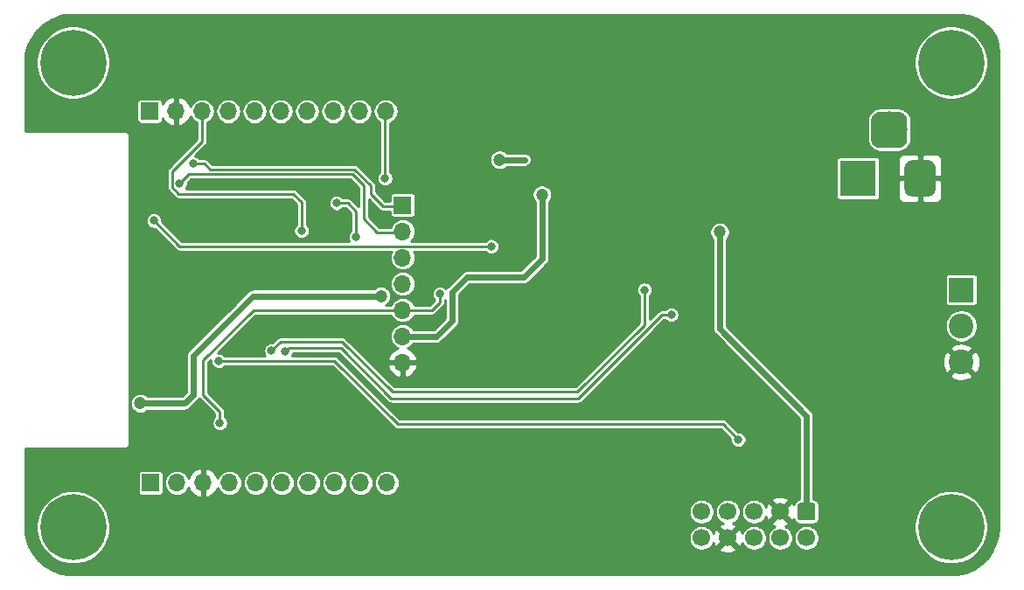
<source format=gbr>
G04 #@! TF.GenerationSoftware,KiCad,Pcbnew,(5.1.0)-1*
G04 #@! TF.CreationDate,2021-02-18T11:37:16+07:00*
G04 #@! TF.ProjectId,ESP32_BoardV1,45535033-325f-4426-9f61-726456312e6b,rev?*
G04 #@! TF.SameCoordinates,Original*
G04 #@! TF.FileFunction,Copper,L2,Bot*
G04 #@! TF.FilePolarity,Positive*
%FSLAX46Y46*%
G04 Gerber Fmt 4.6, Leading zero omitted, Abs format (unit mm)*
G04 Created by KiCad (PCBNEW (5.1.0)-1) date 2021-02-18 11:37:16*
%MOMM*%
%LPD*%
G04 APERTURE LIST*
%ADD10R,3.500000X3.500000*%
%ADD11C,0.100000*%
%ADD12C,3.000000*%
%ADD13C,3.500000*%
%ADD14C,1.700000*%
%ADD15R,2.400000X2.400000*%
%ADD16C,2.400000*%
%ADD17R,1.700000X1.700000*%
%ADD18O,1.700000X1.700000*%
%ADD19C,0.800000*%
%ADD20C,6.400000*%
%ADD21C,1.200000*%
%ADD22C,0.609600*%
%ADD23C,0.254000*%
G04 APERTURE END LIST*
D10*
X203000000Y-101200000D03*
D11*
G36*
X209823513Y-99453611D02*
G01*
X209896318Y-99464411D01*
X209967714Y-99482295D01*
X210037013Y-99507090D01*
X210103548Y-99538559D01*
X210166678Y-99576398D01*
X210225795Y-99620242D01*
X210280330Y-99669670D01*
X210329758Y-99724205D01*
X210373602Y-99783322D01*
X210411441Y-99846452D01*
X210442910Y-99912987D01*
X210467705Y-99982286D01*
X210485589Y-100053682D01*
X210496389Y-100126487D01*
X210500000Y-100200000D01*
X210500000Y-102200000D01*
X210496389Y-102273513D01*
X210485589Y-102346318D01*
X210467705Y-102417714D01*
X210442910Y-102487013D01*
X210411441Y-102553548D01*
X210373602Y-102616678D01*
X210329758Y-102675795D01*
X210280330Y-102730330D01*
X210225795Y-102779758D01*
X210166678Y-102823602D01*
X210103548Y-102861441D01*
X210037013Y-102892910D01*
X209967714Y-102917705D01*
X209896318Y-102935589D01*
X209823513Y-102946389D01*
X209750000Y-102950000D01*
X208250000Y-102950000D01*
X208176487Y-102946389D01*
X208103682Y-102935589D01*
X208032286Y-102917705D01*
X207962987Y-102892910D01*
X207896452Y-102861441D01*
X207833322Y-102823602D01*
X207774205Y-102779758D01*
X207719670Y-102730330D01*
X207670242Y-102675795D01*
X207626398Y-102616678D01*
X207588559Y-102553548D01*
X207557090Y-102487013D01*
X207532295Y-102417714D01*
X207514411Y-102346318D01*
X207503611Y-102273513D01*
X207500000Y-102200000D01*
X207500000Y-100200000D01*
X207503611Y-100126487D01*
X207514411Y-100053682D01*
X207532295Y-99982286D01*
X207557090Y-99912987D01*
X207588559Y-99846452D01*
X207626398Y-99783322D01*
X207670242Y-99724205D01*
X207719670Y-99669670D01*
X207774205Y-99620242D01*
X207833322Y-99576398D01*
X207896452Y-99538559D01*
X207962987Y-99507090D01*
X208032286Y-99482295D01*
X208103682Y-99464411D01*
X208176487Y-99453611D01*
X208250000Y-99450000D01*
X209750000Y-99450000D01*
X209823513Y-99453611D01*
X209823513Y-99453611D01*
G37*
D12*
X209000000Y-101200000D03*
D11*
G36*
X206960765Y-94754213D02*
G01*
X207045704Y-94766813D01*
X207128999Y-94787677D01*
X207209848Y-94816605D01*
X207287472Y-94853319D01*
X207361124Y-94897464D01*
X207430094Y-94948616D01*
X207493718Y-95006282D01*
X207551384Y-95069906D01*
X207602536Y-95138876D01*
X207646681Y-95212528D01*
X207683395Y-95290152D01*
X207712323Y-95371001D01*
X207733187Y-95454296D01*
X207745787Y-95539235D01*
X207750000Y-95625000D01*
X207750000Y-97375000D01*
X207745787Y-97460765D01*
X207733187Y-97545704D01*
X207712323Y-97628999D01*
X207683395Y-97709848D01*
X207646681Y-97787472D01*
X207602536Y-97861124D01*
X207551384Y-97930094D01*
X207493718Y-97993718D01*
X207430094Y-98051384D01*
X207361124Y-98102536D01*
X207287472Y-98146681D01*
X207209848Y-98183395D01*
X207128999Y-98212323D01*
X207045704Y-98233187D01*
X206960765Y-98245787D01*
X206875000Y-98250000D01*
X205125000Y-98250000D01*
X205039235Y-98245787D01*
X204954296Y-98233187D01*
X204871001Y-98212323D01*
X204790152Y-98183395D01*
X204712528Y-98146681D01*
X204638876Y-98102536D01*
X204569906Y-98051384D01*
X204506282Y-97993718D01*
X204448616Y-97930094D01*
X204397464Y-97861124D01*
X204353319Y-97787472D01*
X204316605Y-97709848D01*
X204287677Y-97628999D01*
X204266813Y-97545704D01*
X204254213Y-97460765D01*
X204250000Y-97375000D01*
X204250000Y-95625000D01*
X204254213Y-95539235D01*
X204266813Y-95454296D01*
X204287677Y-95371001D01*
X204316605Y-95290152D01*
X204353319Y-95212528D01*
X204397464Y-95138876D01*
X204448616Y-95069906D01*
X204506282Y-95006282D01*
X204569906Y-94948616D01*
X204638876Y-94897464D01*
X204712528Y-94853319D01*
X204790152Y-94816605D01*
X204871001Y-94787677D01*
X204954296Y-94766813D01*
X205039235Y-94754213D01*
X205125000Y-94750000D01*
X206875000Y-94750000D01*
X206960765Y-94754213D01*
X206960765Y-94754213D01*
G37*
D13*
X206000000Y-96500000D03*
D11*
G36*
X198624504Y-132651204D02*
G01*
X198648773Y-132654804D01*
X198672571Y-132660765D01*
X198695671Y-132669030D01*
X198717849Y-132679520D01*
X198738893Y-132692133D01*
X198758598Y-132706747D01*
X198776777Y-132723223D01*
X198793253Y-132741402D01*
X198807867Y-132761107D01*
X198820480Y-132782151D01*
X198830970Y-132804329D01*
X198839235Y-132827429D01*
X198845196Y-132851227D01*
X198848796Y-132875496D01*
X198850000Y-132900000D01*
X198850000Y-134100000D01*
X198848796Y-134124504D01*
X198845196Y-134148773D01*
X198839235Y-134172571D01*
X198830970Y-134195671D01*
X198820480Y-134217849D01*
X198807867Y-134238893D01*
X198793253Y-134258598D01*
X198776777Y-134276777D01*
X198758598Y-134293253D01*
X198738893Y-134307867D01*
X198717849Y-134320480D01*
X198695671Y-134330970D01*
X198672571Y-134339235D01*
X198648773Y-134345196D01*
X198624504Y-134348796D01*
X198600000Y-134350000D01*
X197400000Y-134350000D01*
X197375496Y-134348796D01*
X197351227Y-134345196D01*
X197327429Y-134339235D01*
X197304329Y-134330970D01*
X197282151Y-134320480D01*
X197261107Y-134307867D01*
X197241402Y-134293253D01*
X197223223Y-134276777D01*
X197206747Y-134258598D01*
X197192133Y-134238893D01*
X197179520Y-134217849D01*
X197169030Y-134195671D01*
X197160765Y-134172571D01*
X197154804Y-134148773D01*
X197151204Y-134124504D01*
X197150000Y-134100000D01*
X197150000Y-132900000D01*
X197151204Y-132875496D01*
X197154804Y-132851227D01*
X197160765Y-132827429D01*
X197169030Y-132804329D01*
X197179520Y-132782151D01*
X197192133Y-132761107D01*
X197206747Y-132741402D01*
X197223223Y-132723223D01*
X197241402Y-132706747D01*
X197261107Y-132692133D01*
X197282151Y-132679520D01*
X197304329Y-132669030D01*
X197327429Y-132660765D01*
X197351227Y-132654804D01*
X197375496Y-132651204D01*
X197400000Y-132650000D01*
X198600000Y-132650000D01*
X198624504Y-132651204D01*
X198624504Y-132651204D01*
G37*
D14*
X198000000Y-133500000D03*
X195460000Y-133500000D03*
X192920000Y-133500000D03*
X190380000Y-133500000D03*
X187840000Y-133500000D03*
X198000000Y-136040000D03*
X195460000Y-136040000D03*
X192920000Y-136040000D03*
X190380000Y-136040000D03*
X187840000Y-136040000D03*
D15*
X213000000Y-112000000D03*
D16*
X213000000Y-115500000D03*
X213000000Y-119000000D03*
D17*
X134400000Y-94700000D03*
D18*
X136940000Y-94700000D03*
X139480000Y-94700000D03*
X142020000Y-94700000D03*
X144560000Y-94700000D03*
X147100000Y-94700000D03*
X149640000Y-94700000D03*
X152180000Y-94700000D03*
X154720000Y-94700000D03*
X157260000Y-94700000D03*
D19*
X128697056Y-88302944D03*
X127000000Y-87600000D03*
X125302944Y-88302944D03*
X124600000Y-90000000D03*
X125302944Y-91697056D03*
X127000000Y-92400000D03*
X128697056Y-91697056D03*
X129400000Y-90000000D03*
D20*
X127000000Y-90000000D03*
X212000000Y-90000000D03*
D19*
X214400000Y-90000000D03*
X213697056Y-91697056D03*
X212000000Y-92400000D03*
X210302944Y-91697056D03*
X209600000Y-90000000D03*
X210302944Y-88302944D03*
X212000000Y-87600000D03*
X213697056Y-88302944D03*
X128697056Y-133302944D03*
X127000000Y-132600000D03*
X125302944Y-133302944D03*
X124600000Y-135000000D03*
X125302944Y-136697056D03*
X127000000Y-137400000D03*
X128697056Y-136697056D03*
X129400000Y-135000000D03*
D20*
X127000000Y-135000000D03*
X212000000Y-135000000D03*
D19*
X214400000Y-135000000D03*
X213697056Y-136697056D03*
X212000000Y-137400000D03*
X210302944Y-136697056D03*
X209600000Y-135000000D03*
X210302944Y-133302944D03*
X212000000Y-132600000D03*
X213697056Y-133302944D03*
D17*
X158900000Y-103800000D03*
D18*
X158900000Y-106340000D03*
X158900000Y-108880000D03*
X158900000Y-111420000D03*
X158900000Y-113960000D03*
X158900000Y-116500000D03*
X158900000Y-119040000D03*
D17*
X134500000Y-130700000D03*
D18*
X137040000Y-130700000D03*
X139580000Y-130700000D03*
X142120000Y-130700000D03*
X144660000Y-130700000D03*
X147200000Y-130700000D03*
X149740000Y-130700000D03*
X152280000Y-130700000D03*
X154820000Y-130700000D03*
X157360000Y-130700000D03*
D21*
X189600000Y-106400000D03*
D19*
X130000000Y-86000000D03*
X135000000Y-86000000D03*
X145000000Y-86000000D03*
X140000000Y-86000000D03*
X155000000Y-86000000D03*
X150000000Y-86000000D03*
X160000000Y-86000000D03*
X165000000Y-86000000D03*
X195000000Y-86000000D03*
X175000000Y-86000000D03*
X200000000Y-86000000D03*
X190000000Y-86000000D03*
X170000000Y-86000000D03*
X180000000Y-86000000D03*
X205000000Y-86000000D03*
X185000000Y-86000000D03*
X155000000Y-89000000D03*
X135000000Y-89000000D03*
X160000000Y-89000000D03*
X140000000Y-89000000D03*
X165000000Y-89000000D03*
X145000000Y-89000000D03*
X195000000Y-89000000D03*
X180000000Y-89000000D03*
X185000000Y-89000000D03*
X175000000Y-89000000D03*
X190000000Y-89000000D03*
X170000000Y-89000000D03*
X205000000Y-89000000D03*
X200000000Y-89000000D03*
X135000000Y-135000000D03*
X140000000Y-135000000D03*
X165000000Y-135000000D03*
X145000000Y-139000000D03*
X130000000Y-139000000D03*
X150000000Y-139000000D03*
X180000000Y-135000000D03*
X135000000Y-139000000D03*
X180000000Y-139000000D03*
X155000000Y-139000000D03*
X160000000Y-139000000D03*
X140000000Y-139000000D03*
X175000000Y-135000000D03*
X175000000Y-139000000D03*
X170000000Y-135000000D03*
X165000000Y-139000000D03*
X170000000Y-139000000D03*
X204000000Y-139000000D03*
X204000000Y-135000000D03*
X209000000Y-139000000D03*
X211000000Y-97000000D03*
X216000000Y-93000000D03*
X216000000Y-97000000D03*
X216000000Y-109000000D03*
X211000000Y-105000000D03*
X211000000Y-109000000D03*
X216000000Y-105000000D03*
X211000000Y-127000000D03*
X216000000Y-123000000D03*
X216000000Y-127000000D03*
X211000000Y-123000000D03*
X206000000Y-127000000D03*
X206000000Y-123000000D03*
X201000000Y-127000000D03*
X201000000Y-123000000D03*
X180000000Y-100000000D03*
X180000000Y-104000000D03*
X185000000Y-100000000D03*
X185000000Y-104000000D03*
X185000000Y-108000000D03*
X180000000Y-112000000D03*
X180000000Y-108000000D03*
X175000000Y-104000000D03*
X175000000Y-100000000D03*
X170000000Y-131000000D03*
X165000000Y-131000000D03*
X165000000Y-127000000D03*
X175000000Y-131000000D03*
X170000000Y-127000000D03*
X160000000Y-127000000D03*
X180000000Y-127000000D03*
X180000000Y-131000000D03*
X175000000Y-127000000D03*
X170000000Y-117000000D03*
X175000000Y-117000000D03*
X175000000Y-113000000D03*
X170000000Y-113000000D03*
X165000000Y-117000000D03*
X165000000Y-113000000D03*
X160000000Y-94000000D03*
X165000000Y-94000000D03*
X160000000Y-98000000D03*
X165000000Y-98000000D03*
D21*
X133500000Y-123000000D03*
X168300000Y-99400000D03*
X172400000Y-102800000D03*
X156800000Y-112600000D03*
D19*
X141200000Y-124900000D03*
X162500000Y-112400000D03*
X138600000Y-99800000D03*
X137300000Y-101700000D03*
X149100000Y-106300000D03*
X157200000Y-101200000D03*
X152500000Y-103600000D03*
X154400000Y-106900000D03*
X141100000Y-118900000D03*
X191400000Y-126500000D03*
X146200000Y-117900000D03*
X182300000Y-112000000D03*
X184900000Y-114400000D03*
X147500000Y-118000000D03*
X134800000Y-105300000D03*
X167482999Y-107782999D03*
D22*
X198000000Y-133500000D02*
X198000000Y-124200000D01*
X198000000Y-124200000D02*
X189600000Y-115800000D01*
X189600000Y-115800000D02*
X189600000Y-106400000D01*
X170700000Y-99400000D02*
X168300000Y-99400000D01*
X138600000Y-118400000D02*
X142960000Y-114040000D01*
X138600000Y-122200000D02*
X138600000Y-118400000D01*
X133500000Y-123000000D02*
X137800000Y-123000000D01*
X137800000Y-123000000D02*
X138600000Y-122200000D01*
X172400000Y-109000000D02*
X172400000Y-102800000D01*
X170600000Y-110800000D02*
X172400000Y-109000000D01*
X163700000Y-112200000D02*
X165100000Y-110800000D01*
X165100000Y-110800000D02*
X170600000Y-110800000D01*
X163700000Y-112200000D02*
X163700000Y-115000000D01*
X162200000Y-116500000D02*
X158900000Y-116500000D01*
X163700000Y-115000000D02*
X162200000Y-116500000D01*
X142960000Y-114040000D02*
X144400000Y-112600000D01*
X144400000Y-112600000D02*
X156800000Y-112600000D01*
D23*
X144440000Y-113960000D02*
X158900000Y-113960000D01*
X139600000Y-118800000D02*
X144440000Y-113960000D01*
X139600000Y-122200000D02*
X139600000Y-118800000D01*
X141200000Y-124900000D02*
X141200000Y-123800000D01*
X141200000Y-123800000D02*
X139600000Y-122200000D01*
X161740000Y-113960000D02*
X158900000Y-113960000D01*
X162500000Y-112400000D02*
X162500000Y-113200000D01*
X162500000Y-113200000D02*
X161740000Y-113960000D01*
X159000000Y-103880000D02*
X156980000Y-103880000D01*
X156980000Y-103880000D02*
X155800000Y-102700000D01*
X155800000Y-102700000D02*
X155800000Y-101900000D01*
X154245990Y-100345990D02*
X154188057Y-100345990D01*
X155800000Y-101900000D02*
X154245990Y-100345990D01*
X154188057Y-100345990D02*
X140245990Y-100345990D01*
X140245990Y-100345990D02*
X139700000Y-99800000D01*
X139700000Y-99800000D02*
X138600000Y-99800000D01*
X137300000Y-101700000D02*
X138200000Y-100800000D01*
X138200000Y-100800000D02*
X154000000Y-100800000D01*
X154000000Y-100800000D02*
X155100000Y-101900000D01*
X155100000Y-101900000D02*
X155100000Y-105100000D01*
X156420000Y-106420000D02*
X159000000Y-106420000D01*
X155100000Y-105100000D02*
X156420000Y-106420000D01*
X136572999Y-102048961D02*
X136572999Y-100527001D01*
X148300000Y-102700000D02*
X137224038Y-102700000D01*
X137224038Y-102700000D02*
X136572999Y-102048961D01*
X139480000Y-97620000D02*
X139480000Y-94700000D01*
X136572999Y-100527001D02*
X139480000Y-97620000D01*
X149100000Y-103500000D02*
X148300000Y-102700000D01*
X149100000Y-106300000D02*
X149100000Y-103500000D01*
X157200000Y-94760000D02*
X157260000Y-94700000D01*
X157200000Y-101200000D02*
X157200000Y-94760000D01*
X152500000Y-103600000D02*
X153600000Y-103600000D01*
X153600000Y-103600000D02*
X154400000Y-104400000D01*
X154400000Y-104400000D02*
X154400000Y-106900000D01*
X152300000Y-118900000D02*
X158400000Y-125000000D01*
X189900000Y-125000000D02*
X191400000Y-126500000D01*
X158400000Y-125000000D02*
X189900000Y-125000000D01*
X141100000Y-118900000D02*
X152300000Y-118900000D01*
X137282999Y-107782999D02*
X167482999Y-107782999D01*
X134800000Y-105300000D02*
X137282999Y-107782999D01*
X147100000Y-117000000D02*
X146200000Y-117900000D01*
X153000000Y-117000000D02*
X147100000Y-117000000D01*
X157900000Y-121900000D02*
X153000000Y-117000000D01*
X175800000Y-121900000D02*
X157900000Y-121900000D01*
X182300000Y-112000000D02*
X182300000Y-115400000D01*
X182300000Y-115400000D02*
X175800000Y-121900000D01*
X184000000Y-114400000D02*
X184900000Y-114400000D01*
X175900000Y-122500000D02*
X184000000Y-114400000D01*
X157800000Y-122500000D02*
X175900000Y-122500000D01*
X152900000Y-117600000D02*
X157800000Y-122500000D01*
X147500000Y-118000000D02*
X147900000Y-117600000D01*
X147900000Y-117600000D02*
X152900000Y-117600000D01*
G36*
X213697696Y-85476356D02*
G01*
X214368824Y-85678982D01*
X214987810Y-86008102D01*
X215531084Y-86451184D01*
X215977946Y-86991347D01*
X216311381Y-87608022D01*
X216518686Y-88277716D01*
X216593976Y-88994053D01*
X216594001Y-89001122D01*
X216594000Y-134981915D01*
X216519806Y-135813246D01*
X216304362Y-136600774D01*
X215952859Y-137337716D01*
X215476413Y-138000760D01*
X214890081Y-138568956D01*
X214212400Y-139024338D01*
X213464784Y-139352519D01*
X212667749Y-139543870D01*
X211985108Y-139594000D01*
X126538418Y-139594000D01*
X125734221Y-139440437D01*
X124967890Y-139146107D01*
X124265794Y-138720726D01*
X123650121Y-138177734D01*
X123140339Y-137534304D01*
X122752551Y-136810762D01*
X122497356Y-136024857D01*
X122406000Y-135466980D01*
X122406000Y-134647302D01*
X123419000Y-134647302D01*
X123419000Y-135352698D01*
X123556616Y-136044539D01*
X123826559Y-136696240D01*
X124218456Y-137282754D01*
X124717246Y-137781544D01*
X125303760Y-138173441D01*
X125955461Y-138443384D01*
X126647302Y-138581000D01*
X127352698Y-138581000D01*
X128044539Y-138443384D01*
X128696240Y-138173441D01*
X129282754Y-137781544D01*
X129781544Y-137282754D01*
X130173441Y-136696240D01*
X130443384Y-136044539D01*
X130468403Y-135918757D01*
X186609000Y-135918757D01*
X186609000Y-136161243D01*
X186656307Y-136399069D01*
X186749102Y-136623097D01*
X186883820Y-136824717D01*
X187055283Y-136996180D01*
X187256903Y-137130898D01*
X187480931Y-137223693D01*
X187718757Y-137271000D01*
X187961243Y-137271000D01*
X188199069Y-137223693D01*
X188423097Y-137130898D01*
X188516636Y-137068397D01*
X189531208Y-137068397D01*
X189608843Y-137317472D01*
X189872883Y-137443371D01*
X190156411Y-137515339D01*
X190448531Y-137530611D01*
X190738019Y-137488599D01*
X191013747Y-137390919D01*
X191151157Y-137317472D01*
X191228792Y-137068397D01*
X190380000Y-136219605D01*
X189531208Y-137068397D01*
X188516636Y-137068397D01*
X188624717Y-136996180D01*
X188796180Y-136824717D01*
X188930898Y-136623097D01*
X188974148Y-136518683D01*
X189029081Y-136673747D01*
X189102528Y-136811157D01*
X189351603Y-136888792D01*
X190200395Y-136040000D01*
X190559605Y-136040000D01*
X191408397Y-136888792D01*
X191657472Y-136811157D01*
X191783371Y-136547117D01*
X191788789Y-136525772D01*
X191829102Y-136623097D01*
X191963820Y-136824717D01*
X192135283Y-136996180D01*
X192336903Y-137130898D01*
X192560931Y-137223693D01*
X192798757Y-137271000D01*
X193041243Y-137271000D01*
X193279069Y-137223693D01*
X193503097Y-137130898D01*
X193704717Y-136996180D01*
X193876180Y-136824717D01*
X194010898Y-136623097D01*
X194103693Y-136399069D01*
X194151000Y-136161243D01*
X194151000Y-135918757D01*
X194229000Y-135918757D01*
X194229000Y-136161243D01*
X194276307Y-136399069D01*
X194369102Y-136623097D01*
X194503820Y-136824717D01*
X194675283Y-136996180D01*
X194876903Y-137130898D01*
X195100931Y-137223693D01*
X195338757Y-137271000D01*
X195581243Y-137271000D01*
X195819069Y-137223693D01*
X196043097Y-137130898D01*
X196244717Y-136996180D01*
X196416180Y-136824717D01*
X196550898Y-136623097D01*
X196643693Y-136399069D01*
X196691000Y-136161243D01*
X196691000Y-135918757D01*
X196769000Y-135918757D01*
X196769000Y-136161243D01*
X196816307Y-136399069D01*
X196909102Y-136623097D01*
X197043820Y-136824717D01*
X197215283Y-136996180D01*
X197416903Y-137130898D01*
X197640931Y-137223693D01*
X197878757Y-137271000D01*
X198121243Y-137271000D01*
X198359069Y-137223693D01*
X198583097Y-137130898D01*
X198784717Y-136996180D01*
X198956180Y-136824717D01*
X199090898Y-136623097D01*
X199183693Y-136399069D01*
X199231000Y-136161243D01*
X199231000Y-135918757D01*
X199183693Y-135680931D01*
X199090898Y-135456903D01*
X198956180Y-135255283D01*
X198784717Y-135083820D01*
X198583097Y-134949102D01*
X198359069Y-134856307D01*
X198121243Y-134809000D01*
X197878757Y-134809000D01*
X197640931Y-134856307D01*
X197416903Y-134949102D01*
X197215283Y-135083820D01*
X197043820Y-135255283D01*
X196909102Y-135456903D01*
X196816307Y-135680931D01*
X196769000Y-135918757D01*
X196691000Y-135918757D01*
X196643693Y-135680931D01*
X196550898Y-135456903D01*
X196416180Y-135255283D01*
X196244717Y-135083820D01*
X196043097Y-134949102D01*
X195938683Y-134905852D01*
X196093747Y-134850919D01*
X196231157Y-134777472D01*
X196308792Y-134528397D01*
X195460000Y-133679605D01*
X194611208Y-134528397D01*
X194688843Y-134777472D01*
X194952883Y-134903371D01*
X194974228Y-134908789D01*
X194876903Y-134949102D01*
X194675283Y-135083820D01*
X194503820Y-135255283D01*
X194369102Y-135456903D01*
X194276307Y-135680931D01*
X194229000Y-135918757D01*
X194151000Y-135918757D01*
X194103693Y-135680931D01*
X194010898Y-135456903D01*
X193876180Y-135255283D01*
X193704717Y-135083820D01*
X193503097Y-134949102D01*
X193279069Y-134856307D01*
X193041243Y-134809000D01*
X192798757Y-134809000D01*
X192560931Y-134856307D01*
X192336903Y-134949102D01*
X192135283Y-135083820D01*
X191963820Y-135255283D01*
X191829102Y-135456903D01*
X191785852Y-135561317D01*
X191730919Y-135406253D01*
X191657472Y-135268843D01*
X191408397Y-135191208D01*
X190559605Y-136040000D01*
X190200395Y-136040000D01*
X189351603Y-135191208D01*
X189102528Y-135268843D01*
X188976629Y-135532883D01*
X188971211Y-135554228D01*
X188930898Y-135456903D01*
X188796180Y-135255283D01*
X188624717Y-135083820D01*
X188423097Y-134949102D01*
X188199069Y-134856307D01*
X187961243Y-134809000D01*
X187718757Y-134809000D01*
X187480931Y-134856307D01*
X187256903Y-134949102D01*
X187055283Y-135083820D01*
X186883820Y-135255283D01*
X186749102Y-135456903D01*
X186656307Y-135680931D01*
X186609000Y-135918757D01*
X130468403Y-135918757D01*
X130581000Y-135352698D01*
X130581000Y-134647302D01*
X130443384Y-133955461D01*
X130204506Y-133378757D01*
X186609000Y-133378757D01*
X186609000Y-133621243D01*
X186656307Y-133859069D01*
X186749102Y-134083097D01*
X186883820Y-134284717D01*
X187055283Y-134456180D01*
X187256903Y-134590898D01*
X187480931Y-134683693D01*
X187718757Y-134731000D01*
X187961243Y-134731000D01*
X188199069Y-134683693D01*
X188423097Y-134590898D01*
X188624717Y-134456180D01*
X188796180Y-134284717D01*
X188930898Y-134083097D01*
X189023693Y-133859069D01*
X189071000Y-133621243D01*
X189071000Y-133378757D01*
X189149000Y-133378757D01*
X189149000Y-133621243D01*
X189196307Y-133859069D01*
X189289102Y-134083097D01*
X189423820Y-134284717D01*
X189595283Y-134456180D01*
X189796903Y-134590898D01*
X189901317Y-134634148D01*
X189746253Y-134689081D01*
X189608843Y-134762528D01*
X189531208Y-135011603D01*
X190380000Y-135860395D01*
X191228792Y-135011603D01*
X191151157Y-134762528D01*
X190887117Y-134636629D01*
X190865772Y-134631211D01*
X190963097Y-134590898D01*
X191164717Y-134456180D01*
X191336180Y-134284717D01*
X191470898Y-134083097D01*
X191563693Y-133859069D01*
X191611000Y-133621243D01*
X191611000Y-133378757D01*
X191689000Y-133378757D01*
X191689000Y-133621243D01*
X191736307Y-133859069D01*
X191829102Y-134083097D01*
X191963820Y-134284717D01*
X192135283Y-134456180D01*
X192336903Y-134590898D01*
X192560931Y-134683693D01*
X192798757Y-134731000D01*
X193041243Y-134731000D01*
X193279069Y-134683693D01*
X193503097Y-134590898D01*
X193704717Y-134456180D01*
X193876180Y-134284717D01*
X194010898Y-134083097D01*
X194054148Y-133978683D01*
X194109081Y-134133747D01*
X194182528Y-134271157D01*
X194431603Y-134348792D01*
X195280395Y-133500000D01*
X194431603Y-132651208D01*
X194182528Y-132728843D01*
X194056629Y-132992883D01*
X194051211Y-133014228D01*
X194010898Y-132916903D01*
X193876180Y-132715283D01*
X193704717Y-132543820D01*
X193596637Y-132471603D01*
X194611208Y-132471603D01*
X195460000Y-133320395D01*
X196308792Y-132471603D01*
X196231157Y-132222528D01*
X195967117Y-132096629D01*
X195683589Y-132024661D01*
X195391469Y-132009389D01*
X195101981Y-132051401D01*
X194826253Y-132149081D01*
X194688843Y-132222528D01*
X194611208Y-132471603D01*
X193596637Y-132471603D01*
X193503097Y-132409102D01*
X193279069Y-132316307D01*
X193041243Y-132269000D01*
X192798757Y-132269000D01*
X192560931Y-132316307D01*
X192336903Y-132409102D01*
X192135283Y-132543820D01*
X191963820Y-132715283D01*
X191829102Y-132916903D01*
X191736307Y-133140931D01*
X191689000Y-133378757D01*
X191611000Y-133378757D01*
X191563693Y-133140931D01*
X191470898Y-132916903D01*
X191336180Y-132715283D01*
X191164717Y-132543820D01*
X190963097Y-132409102D01*
X190739069Y-132316307D01*
X190501243Y-132269000D01*
X190258757Y-132269000D01*
X190020931Y-132316307D01*
X189796903Y-132409102D01*
X189595283Y-132543820D01*
X189423820Y-132715283D01*
X189289102Y-132916903D01*
X189196307Y-133140931D01*
X189149000Y-133378757D01*
X189071000Y-133378757D01*
X189023693Y-133140931D01*
X188930898Y-132916903D01*
X188796180Y-132715283D01*
X188624717Y-132543820D01*
X188423097Y-132409102D01*
X188199069Y-132316307D01*
X187961243Y-132269000D01*
X187718757Y-132269000D01*
X187480931Y-132316307D01*
X187256903Y-132409102D01*
X187055283Y-132543820D01*
X186883820Y-132715283D01*
X186749102Y-132916903D01*
X186656307Y-133140931D01*
X186609000Y-133378757D01*
X130204506Y-133378757D01*
X130173441Y-133303760D01*
X129781544Y-132717246D01*
X129282754Y-132218456D01*
X128696240Y-131826559D01*
X128044539Y-131556616D01*
X127352698Y-131419000D01*
X126647302Y-131419000D01*
X125955461Y-131556616D01*
X125303760Y-131826559D01*
X124717246Y-132218456D01*
X124218456Y-132717246D01*
X123826559Y-133303760D01*
X123556616Y-133955461D01*
X123419000Y-134647302D01*
X122406000Y-134647302D01*
X122406000Y-129850000D01*
X133267157Y-129850000D01*
X133267157Y-131550000D01*
X133274513Y-131624689D01*
X133296299Y-131696508D01*
X133331678Y-131762696D01*
X133379289Y-131820711D01*
X133437304Y-131868322D01*
X133503492Y-131903701D01*
X133575311Y-131925487D01*
X133650000Y-131932843D01*
X135350000Y-131932843D01*
X135424689Y-131925487D01*
X135496508Y-131903701D01*
X135562696Y-131868322D01*
X135620711Y-131820711D01*
X135668322Y-131762696D01*
X135703701Y-131696508D01*
X135725487Y-131624689D01*
X135732843Y-131550000D01*
X135732843Y-130700000D01*
X135803044Y-130700000D01*
X135826812Y-130941318D01*
X135897202Y-131173363D01*
X136011509Y-131387216D01*
X136165340Y-131574660D01*
X136352784Y-131728491D01*
X136566637Y-131842798D01*
X136798682Y-131913188D01*
X136979528Y-131931000D01*
X137100472Y-131931000D01*
X137281318Y-131913188D01*
X137513363Y-131842798D01*
X137727216Y-131728491D01*
X137914660Y-131574660D01*
X138068491Y-131387216D01*
X138181017Y-131176695D01*
X138235843Y-131331252D01*
X138384822Y-131581355D01*
X138579731Y-131797588D01*
X138813080Y-131971641D01*
X139075901Y-132096825D01*
X139223110Y-132141476D01*
X139453000Y-132020155D01*
X139453000Y-130827000D01*
X139433000Y-130827000D01*
X139433000Y-130573000D01*
X139453000Y-130573000D01*
X139453000Y-129379845D01*
X139707000Y-129379845D01*
X139707000Y-130573000D01*
X139727000Y-130573000D01*
X139727000Y-130827000D01*
X139707000Y-130827000D01*
X139707000Y-132020155D01*
X139936890Y-132141476D01*
X140084099Y-132096825D01*
X140346920Y-131971641D01*
X140580269Y-131797588D01*
X140775178Y-131581355D01*
X140924157Y-131331252D01*
X140978983Y-131176695D01*
X141091509Y-131387216D01*
X141245340Y-131574660D01*
X141432784Y-131728491D01*
X141646637Y-131842798D01*
X141878682Y-131913188D01*
X142059528Y-131931000D01*
X142180472Y-131931000D01*
X142361318Y-131913188D01*
X142593363Y-131842798D01*
X142807216Y-131728491D01*
X142994660Y-131574660D01*
X143148491Y-131387216D01*
X143262798Y-131173363D01*
X143333188Y-130941318D01*
X143356956Y-130700000D01*
X143423044Y-130700000D01*
X143446812Y-130941318D01*
X143517202Y-131173363D01*
X143631509Y-131387216D01*
X143785340Y-131574660D01*
X143972784Y-131728491D01*
X144186637Y-131842798D01*
X144418682Y-131913188D01*
X144599528Y-131931000D01*
X144720472Y-131931000D01*
X144901318Y-131913188D01*
X145133363Y-131842798D01*
X145347216Y-131728491D01*
X145534660Y-131574660D01*
X145688491Y-131387216D01*
X145802798Y-131173363D01*
X145873188Y-130941318D01*
X145896956Y-130700000D01*
X145963044Y-130700000D01*
X145986812Y-130941318D01*
X146057202Y-131173363D01*
X146171509Y-131387216D01*
X146325340Y-131574660D01*
X146512784Y-131728491D01*
X146726637Y-131842798D01*
X146958682Y-131913188D01*
X147139528Y-131931000D01*
X147260472Y-131931000D01*
X147441318Y-131913188D01*
X147673363Y-131842798D01*
X147887216Y-131728491D01*
X148074660Y-131574660D01*
X148228491Y-131387216D01*
X148342798Y-131173363D01*
X148413188Y-130941318D01*
X148436956Y-130700000D01*
X148503044Y-130700000D01*
X148526812Y-130941318D01*
X148597202Y-131173363D01*
X148711509Y-131387216D01*
X148865340Y-131574660D01*
X149052784Y-131728491D01*
X149266637Y-131842798D01*
X149498682Y-131913188D01*
X149679528Y-131931000D01*
X149800472Y-131931000D01*
X149981318Y-131913188D01*
X150213363Y-131842798D01*
X150427216Y-131728491D01*
X150614660Y-131574660D01*
X150768491Y-131387216D01*
X150882798Y-131173363D01*
X150953188Y-130941318D01*
X150976956Y-130700000D01*
X151043044Y-130700000D01*
X151066812Y-130941318D01*
X151137202Y-131173363D01*
X151251509Y-131387216D01*
X151405340Y-131574660D01*
X151592784Y-131728491D01*
X151806637Y-131842798D01*
X152038682Y-131913188D01*
X152219528Y-131931000D01*
X152340472Y-131931000D01*
X152521318Y-131913188D01*
X152753363Y-131842798D01*
X152967216Y-131728491D01*
X153154660Y-131574660D01*
X153308491Y-131387216D01*
X153422798Y-131173363D01*
X153493188Y-130941318D01*
X153516956Y-130700000D01*
X153583044Y-130700000D01*
X153606812Y-130941318D01*
X153677202Y-131173363D01*
X153791509Y-131387216D01*
X153945340Y-131574660D01*
X154132784Y-131728491D01*
X154346637Y-131842798D01*
X154578682Y-131913188D01*
X154759528Y-131931000D01*
X154880472Y-131931000D01*
X155061318Y-131913188D01*
X155293363Y-131842798D01*
X155507216Y-131728491D01*
X155694660Y-131574660D01*
X155848491Y-131387216D01*
X155962798Y-131173363D01*
X156033188Y-130941318D01*
X156056956Y-130700000D01*
X156123044Y-130700000D01*
X156146812Y-130941318D01*
X156217202Y-131173363D01*
X156331509Y-131387216D01*
X156485340Y-131574660D01*
X156672784Y-131728491D01*
X156886637Y-131842798D01*
X157118682Y-131913188D01*
X157299528Y-131931000D01*
X157420472Y-131931000D01*
X157601318Y-131913188D01*
X157833363Y-131842798D01*
X158047216Y-131728491D01*
X158234660Y-131574660D01*
X158388491Y-131387216D01*
X158502798Y-131173363D01*
X158573188Y-130941318D01*
X158596956Y-130700000D01*
X158573188Y-130458682D01*
X158502798Y-130226637D01*
X158388491Y-130012784D01*
X158234660Y-129825340D01*
X158047216Y-129671509D01*
X157833363Y-129557202D01*
X157601318Y-129486812D01*
X157420472Y-129469000D01*
X157299528Y-129469000D01*
X157118682Y-129486812D01*
X156886637Y-129557202D01*
X156672784Y-129671509D01*
X156485340Y-129825340D01*
X156331509Y-130012784D01*
X156217202Y-130226637D01*
X156146812Y-130458682D01*
X156123044Y-130700000D01*
X156056956Y-130700000D01*
X156033188Y-130458682D01*
X155962798Y-130226637D01*
X155848491Y-130012784D01*
X155694660Y-129825340D01*
X155507216Y-129671509D01*
X155293363Y-129557202D01*
X155061318Y-129486812D01*
X154880472Y-129469000D01*
X154759528Y-129469000D01*
X154578682Y-129486812D01*
X154346637Y-129557202D01*
X154132784Y-129671509D01*
X153945340Y-129825340D01*
X153791509Y-130012784D01*
X153677202Y-130226637D01*
X153606812Y-130458682D01*
X153583044Y-130700000D01*
X153516956Y-130700000D01*
X153493188Y-130458682D01*
X153422798Y-130226637D01*
X153308491Y-130012784D01*
X153154660Y-129825340D01*
X152967216Y-129671509D01*
X152753363Y-129557202D01*
X152521318Y-129486812D01*
X152340472Y-129469000D01*
X152219528Y-129469000D01*
X152038682Y-129486812D01*
X151806637Y-129557202D01*
X151592784Y-129671509D01*
X151405340Y-129825340D01*
X151251509Y-130012784D01*
X151137202Y-130226637D01*
X151066812Y-130458682D01*
X151043044Y-130700000D01*
X150976956Y-130700000D01*
X150953188Y-130458682D01*
X150882798Y-130226637D01*
X150768491Y-130012784D01*
X150614660Y-129825340D01*
X150427216Y-129671509D01*
X150213363Y-129557202D01*
X149981318Y-129486812D01*
X149800472Y-129469000D01*
X149679528Y-129469000D01*
X149498682Y-129486812D01*
X149266637Y-129557202D01*
X149052784Y-129671509D01*
X148865340Y-129825340D01*
X148711509Y-130012784D01*
X148597202Y-130226637D01*
X148526812Y-130458682D01*
X148503044Y-130700000D01*
X148436956Y-130700000D01*
X148413188Y-130458682D01*
X148342798Y-130226637D01*
X148228491Y-130012784D01*
X148074660Y-129825340D01*
X147887216Y-129671509D01*
X147673363Y-129557202D01*
X147441318Y-129486812D01*
X147260472Y-129469000D01*
X147139528Y-129469000D01*
X146958682Y-129486812D01*
X146726637Y-129557202D01*
X146512784Y-129671509D01*
X146325340Y-129825340D01*
X146171509Y-130012784D01*
X146057202Y-130226637D01*
X145986812Y-130458682D01*
X145963044Y-130700000D01*
X145896956Y-130700000D01*
X145873188Y-130458682D01*
X145802798Y-130226637D01*
X145688491Y-130012784D01*
X145534660Y-129825340D01*
X145347216Y-129671509D01*
X145133363Y-129557202D01*
X144901318Y-129486812D01*
X144720472Y-129469000D01*
X144599528Y-129469000D01*
X144418682Y-129486812D01*
X144186637Y-129557202D01*
X143972784Y-129671509D01*
X143785340Y-129825340D01*
X143631509Y-130012784D01*
X143517202Y-130226637D01*
X143446812Y-130458682D01*
X143423044Y-130700000D01*
X143356956Y-130700000D01*
X143333188Y-130458682D01*
X143262798Y-130226637D01*
X143148491Y-130012784D01*
X142994660Y-129825340D01*
X142807216Y-129671509D01*
X142593363Y-129557202D01*
X142361318Y-129486812D01*
X142180472Y-129469000D01*
X142059528Y-129469000D01*
X141878682Y-129486812D01*
X141646637Y-129557202D01*
X141432784Y-129671509D01*
X141245340Y-129825340D01*
X141091509Y-130012784D01*
X140978983Y-130223305D01*
X140924157Y-130068748D01*
X140775178Y-129818645D01*
X140580269Y-129602412D01*
X140346920Y-129428359D01*
X140084099Y-129303175D01*
X139936890Y-129258524D01*
X139707000Y-129379845D01*
X139453000Y-129379845D01*
X139223110Y-129258524D01*
X139075901Y-129303175D01*
X138813080Y-129428359D01*
X138579731Y-129602412D01*
X138384822Y-129818645D01*
X138235843Y-130068748D01*
X138181017Y-130223305D01*
X138068491Y-130012784D01*
X137914660Y-129825340D01*
X137727216Y-129671509D01*
X137513363Y-129557202D01*
X137281318Y-129486812D01*
X137100472Y-129469000D01*
X136979528Y-129469000D01*
X136798682Y-129486812D01*
X136566637Y-129557202D01*
X136352784Y-129671509D01*
X136165340Y-129825340D01*
X136011509Y-130012784D01*
X135897202Y-130226637D01*
X135826812Y-130458682D01*
X135803044Y-130700000D01*
X135732843Y-130700000D01*
X135732843Y-129850000D01*
X135725487Y-129775311D01*
X135703701Y-129703492D01*
X135668322Y-129637304D01*
X135620711Y-129579289D01*
X135562696Y-129531678D01*
X135496508Y-129496299D01*
X135424689Y-129474513D01*
X135350000Y-129467157D01*
X133650000Y-129467157D01*
X133575311Y-129474513D01*
X133503492Y-129496299D01*
X133437304Y-129531678D01*
X133379289Y-129579289D01*
X133331678Y-129637304D01*
X133296299Y-129703492D01*
X133274513Y-129775311D01*
X133267157Y-129850000D01*
X122406000Y-129850000D01*
X122406000Y-127406000D01*
X131980060Y-127406000D01*
X132000000Y-127407964D01*
X132079590Y-127400125D01*
X132156121Y-127376910D01*
X132226653Y-127339210D01*
X132288474Y-127288474D01*
X132339210Y-127226653D01*
X132376910Y-127156121D01*
X132400125Y-127079590D01*
X132406000Y-127019941D01*
X132407964Y-127000000D01*
X132406000Y-126980059D01*
X132406000Y-122903380D01*
X132519000Y-122903380D01*
X132519000Y-123096620D01*
X132556699Y-123286147D01*
X132630649Y-123464678D01*
X132738007Y-123625351D01*
X132874649Y-123761993D01*
X133035322Y-123869351D01*
X133213853Y-123943301D01*
X133403380Y-123981000D01*
X133596620Y-123981000D01*
X133786147Y-123943301D01*
X133964678Y-123869351D01*
X134125351Y-123761993D01*
X134201544Y-123685800D01*
X137766321Y-123685800D01*
X137800000Y-123689117D01*
X137833679Y-123685800D01*
X137833689Y-123685800D01*
X137934440Y-123675877D01*
X138063714Y-123636662D01*
X138182853Y-123572981D01*
X138287280Y-123487280D01*
X138308758Y-123461109D01*
X139061119Y-122708749D01*
X139087279Y-122687280D01*
X139108749Y-122661119D01*
X139108755Y-122661113D01*
X139172980Y-122582854D01*
X139172982Y-122582852D01*
X139206131Y-122520833D01*
X139239052Y-122560948D01*
X139258435Y-122576855D01*
X140692001Y-124010421D01*
X140692001Y-124303498D01*
X140593358Y-124402141D01*
X140507887Y-124530058D01*
X140449013Y-124672191D01*
X140419000Y-124823078D01*
X140419000Y-124976922D01*
X140449013Y-125127809D01*
X140507887Y-125269942D01*
X140593358Y-125397859D01*
X140702141Y-125506642D01*
X140830058Y-125592113D01*
X140972191Y-125650987D01*
X141123078Y-125681000D01*
X141276922Y-125681000D01*
X141427809Y-125650987D01*
X141569942Y-125592113D01*
X141697859Y-125506642D01*
X141806642Y-125397859D01*
X141892113Y-125269942D01*
X141950987Y-125127809D01*
X141981000Y-124976922D01*
X141981000Y-124823078D01*
X141950987Y-124672191D01*
X141892113Y-124530058D01*
X141806642Y-124402141D01*
X141708000Y-124303499D01*
X141708000Y-123824944D01*
X141710457Y-123800000D01*
X141708000Y-123775053D01*
X141700649Y-123700415D01*
X141671601Y-123604657D01*
X141624429Y-123516405D01*
X141560948Y-123439052D01*
X141541565Y-123423145D01*
X140108000Y-121989580D01*
X140108000Y-119010420D01*
X140324874Y-118793546D01*
X140319000Y-118823078D01*
X140319000Y-118976922D01*
X140349013Y-119127809D01*
X140407887Y-119269942D01*
X140493358Y-119397859D01*
X140602141Y-119506642D01*
X140730058Y-119592113D01*
X140872191Y-119650987D01*
X141023078Y-119681000D01*
X141176922Y-119681000D01*
X141327809Y-119650987D01*
X141469942Y-119592113D01*
X141597859Y-119506642D01*
X141696501Y-119408000D01*
X152089580Y-119408000D01*
X158023145Y-125341565D01*
X158039052Y-125360948D01*
X158116405Y-125424429D01*
X158204657Y-125471601D01*
X158300415Y-125500649D01*
X158375053Y-125508000D01*
X158375056Y-125508000D01*
X158400000Y-125510457D01*
X158424944Y-125508000D01*
X189689580Y-125508000D01*
X190619000Y-126437421D01*
X190619000Y-126576922D01*
X190649013Y-126727809D01*
X190707887Y-126869942D01*
X190793358Y-126997859D01*
X190902141Y-127106642D01*
X191030058Y-127192113D01*
X191172191Y-127250987D01*
X191323078Y-127281000D01*
X191476922Y-127281000D01*
X191627809Y-127250987D01*
X191769942Y-127192113D01*
X191897859Y-127106642D01*
X192006642Y-126997859D01*
X192092113Y-126869942D01*
X192150987Y-126727809D01*
X192181000Y-126576922D01*
X192181000Y-126423078D01*
X192150987Y-126272191D01*
X192092113Y-126130058D01*
X192006642Y-126002141D01*
X191897859Y-125893358D01*
X191769942Y-125807887D01*
X191627809Y-125749013D01*
X191476922Y-125719000D01*
X191337421Y-125719000D01*
X190276855Y-124658435D01*
X190260948Y-124639052D01*
X190183595Y-124575571D01*
X190095343Y-124528399D01*
X189999585Y-124499351D01*
X189924947Y-124492000D01*
X189924944Y-124492000D01*
X189900000Y-124489543D01*
X189875056Y-124492000D01*
X158610420Y-124492000D01*
X152676855Y-118558435D01*
X152660948Y-118539052D01*
X152583595Y-118475571D01*
X152495343Y-118428399D01*
X152399585Y-118399351D01*
X152324947Y-118392000D01*
X152324944Y-118392000D01*
X152300000Y-118389543D01*
X152275056Y-118392000D01*
X148177374Y-118392000D01*
X148192113Y-118369942D01*
X148250987Y-118227809D01*
X148274818Y-118108000D01*
X152689580Y-118108000D01*
X157423150Y-122841571D01*
X157439052Y-122860948D01*
X157458429Y-122876850D01*
X157516404Y-122924429D01*
X157604655Y-122971600D01*
X157604657Y-122971601D01*
X157700415Y-123000649D01*
X157775053Y-123008000D01*
X157775055Y-123008000D01*
X157799999Y-123010457D01*
X157824943Y-123008000D01*
X175875056Y-123008000D01*
X175900000Y-123010457D01*
X175924944Y-123008000D01*
X175924947Y-123008000D01*
X175999585Y-123000649D01*
X176095343Y-122971601D01*
X176183595Y-122924429D01*
X176260948Y-122860948D01*
X176276855Y-122841565D01*
X184210420Y-114908000D01*
X184303499Y-114908000D01*
X184402141Y-115006642D01*
X184530058Y-115092113D01*
X184672191Y-115150987D01*
X184823078Y-115181000D01*
X184976922Y-115181000D01*
X185127809Y-115150987D01*
X185269942Y-115092113D01*
X185397859Y-115006642D01*
X185506642Y-114897859D01*
X185592113Y-114769942D01*
X185650987Y-114627809D01*
X185681000Y-114476922D01*
X185681000Y-114323078D01*
X185650987Y-114172191D01*
X185592113Y-114030058D01*
X185506642Y-113902141D01*
X185397859Y-113793358D01*
X185269942Y-113707887D01*
X185127809Y-113649013D01*
X184976922Y-113619000D01*
X184823078Y-113619000D01*
X184672191Y-113649013D01*
X184530058Y-113707887D01*
X184402141Y-113793358D01*
X184303499Y-113892000D01*
X184024944Y-113892000D01*
X184000000Y-113889543D01*
X183975056Y-113892000D01*
X183975053Y-113892000D01*
X183900415Y-113899351D01*
X183804657Y-113928399D01*
X183716405Y-113975571D01*
X183639052Y-114039052D01*
X183623145Y-114058435D01*
X182808000Y-114873580D01*
X182808000Y-112596501D01*
X182906642Y-112497859D01*
X182992113Y-112369942D01*
X183050987Y-112227809D01*
X183081000Y-112076922D01*
X183081000Y-111923078D01*
X183050987Y-111772191D01*
X182992113Y-111630058D01*
X182906642Y-111502141D01*
X182797859Y-111393358D01*
X182669942Y-111307887D01*
X182527809Y-111249013D01*
X182376922Y-111219000D01*
X182223078Y-111219000D01*
X182072191Y-111249013D01*
X181930058Y-111307887D01*
X181802141Y-111393358D01*
X181693358Y-111502141D01*
X181607887Y-111630058D01*
X181549013Y-111772191D01*
X181519000Y-111923078D01*
X181519000Y-112076922D01*
X181549013Y-112227809D01*
X181607887Y-112369942D01*
X181693358Y-112497859D01*
X181792000Y-112596501D01*
X181792001Y-115189578D01*
X175589580Y-121392000D01*
X158110421Y-121392000D01*
X156115311Y-119396890D01*
X157458524Y-119396890D01*
X157503175Y-119544099D01*
X157628359Y-119806920D01*
X157802412Y-120040269D01*
X158018645Y-120235178D01*
X158268748Y-120384157D01*
X158543109Y-120481481D01*
X158773000Y-120360814D01*
X158773000Y-119167000D01*
X159027000Y-119167000D01*
X159027000Y-120360814D01*
X159256891Y-120481481D01*
X159531252Y-120384157D01*
X159781355Y-120235178D01*
X159997588Y-120040269D01*
X160171641Y-119806920D01*
X160296825Y-119544099D01*
X160341476Y-119396890D01*
X160220155Y-119167000D01*
X159027000Y-119167000D01*
X158773000Y-119167000D01*
X157579845Y-119167000D01*
X157458524Y-119396890D01*
X156115311Y-119396890D01*
X153376855Y-116658435D01*
X153360948Y-116639052D01*
X153283595Y-116575571D01*
X153195343Y-116528399D01*
X153099585Y-116499351D01*
X153024947Y-116492000D01*
X153024944Y-116492000D01*
X153000000Y-116489543D01*
X152975056Y-116492000D01*
X147124943Y-116492000D01*
X147099999Y-116489543D01*
X147075055Y-116492000D01*
X147075053Y-116492000D01*
X147000415Y-116499351D01*
X146904657Y-116528399D01*
X146904655Y-116528400D01*
X146816404Y-116575571D01*
X146761810Y-116620376D01*
X146739052Y-116639052D01*
X146723150Y-116658429D01*
X146262580Y-117119000D01*
X146123078Y-117119000D01*
X145972191Y-117149013D01*
X145830058Y-117207887D01*
X145702141Y-117293358D01*
X145593358Y-117402141D01*
X145507887Y-117530058D01*
X145449013Y-117672191D01*
X145419000Y-117823078D01*
X145419000Y-117976922D01*
X145449013Y-118127809D01*
X145507887Y-118269942D01*
X145589443Y-118392000D01*
X141696501Y-118392000D01*
X141597859Y-118293358D01*
X141469942Y-118207887D01*
X141327809Y-118149013D01*
X141176922Y-118119000D01*
X141023078Y-118119000D01*
X140993546Y-118124874D01*
X144650420Y-114468000D01*
X157775716Y-114468000D01*
X157871509Y-114647216D01*
X158025340Y-114834660D01*
X158212784Y-114988491D01*
X158426637Y-115102798D01*
X158658682Y-115173188D01*
X158839528Y-115191000D01*
X158960472Y-115191000D01*
X159141318Y-115173188D01*
X159373363Y-115102798D01*
X159587216Y-114988491D01*
X159774660Y-114834660D01*
X159928491Y-114647216D01*
X160024284Y-114468000D01*
X161715056Y-114468000D01*
X161740000Y-114470457D01*
X161764944Y-114468000D01*
X161764947Y-114468000D01*
X161839585Y-114460649D01*
X161935343Y-114431601D01*
X162023595Y-114384429D01*
X162100948Y-114320948D01*
X162116855Y-114301565D01*
X162841570Y-113576850D01*
X162860948Y-113560948D01*
X162921933Y-113486637D01*
X162924429Y-113483596D01*
X162971600Y-113395345D01*
X162981071Y-113364124D01*
X163000649Y-113299585D01*
X163008000Y-113224947D01*
X163008000Y-113224945D01*
X163010457Y-113200001D01*
X163008000Y-113175057D01*
X163008000Y-112996501D01*
X163014200Y-112990301D01*
X163014201Y-114715931D01*
X161915933Y-115814200D01*
X159929248Y-115814200D01*
X159928491Y-115812784D01*
X159774660Y-115625340D01*
X159587216Y-115471509D01*
X159373363Y-115357202D01*
X159141318Y-115286812D01*
X158960472Y-115269000D01*
X158839528Y-115269000D01*
X158658682Y-115286812D01*
X158426637Y-115357202D01*
X158212784Y-115471509D01*
X158025340Y-115625340D01*
X157871509Y-115812784D01*
X157757202Y-116026637D01*
X157686812Y-116258682D01*
X157663044Y-116500000D01*
X157686812Y-116741318D01*
X157757202Y-116973363D01*
X157871509Y-117187216D01*
X158025340Y-117374660D01*
X158212784Y-117528491D01*
X158423305Y-117641017D01*
X158268748Y-117695843D01*
X158018645Y-117844822D01*
X157802412Y-118039731D01*
X157628359Y-118273080D01*
X157503175Y-118535901D01*
X157458524Y-118683110D01*
X157579845Y-118913000D01*
X158773000Y-118913000D01*
X158773000Y-118893000D01*
X159027000Y-118893000D01*
X159027000Y-118913000D01*
X160220155Y-118913000D01*
X160341476Y-118683110D01*
X160296825Y-118535901D01*
X160171641Y-118273080D01*
X159997588Y-118039731D01*
X159781355Y-117844822D01*
X159531252Y-117695843D01*
X159376695Y-117641017D01*
X159587216Y-117528491D01*
X159774660Y-117374660D01*
X159928491Y-117187216D01*
X159929248Y-117185800D01*
X162166321Y-117185800D01*
X162200000Y-117189117D01*
X162233679Y-117185800D01*
X162233689Y-117185800D01*
X162334440Y-117175877D01*
X162463714Y-117136662D01*
X162582853Y-117072981D01*
X162687280Y-116987280D01*
X162708758Y-116961109D01*
X164161115Y-115508753D01*
X164187280Y-115487280D01*
X164208755Y-115461113D01*
X164272980Y-115382855D01*
X164324316Y-115286812D01*
X164336662Y-115263714D01*
X164375877Y-115134440D01*
X164385800Y-115033689D01*
X164385800Y-115033680D01*
X164389117Y-115000001D01*
X164385800Y-114966322D01*
X164385800Y-112484067D01*
X165384068Y-111485800D01*
X170566321Y-111485800D01*
X170600000Y-111489117D01*
X170633679Y-111485800D01*
X170633689Y-111485800D01*
X170734440Y-111475877D01*
X170863714Y-111436662D01*
X170982853Y-111372981D01*
X171087280Y-111287280D01*
X171108758Y-111261109D01*
X172861119Y-109508749D01*
X172887279Y-109487280D01*
X172908749Y-109461119D01*
X172908755Y-109461113D01*
X172972980Y-109382855D01*
X173036661Y-109263715D01*
X173036662Y-109263714D01*
X173075877Y-109134440D01*
X173085800Y-109033689D01*
X173085800Y-109033680D01*
X173089117Y-109000001D01*
X173085800Y-108966322D01*
X173085800Y-106303380D01*
X188619000Y-106303380D01*
X188619000Y-106496620D01*
X188656699Y-106686147D01*
X188730649Y-106864678D01*
X188838007Y-107025351D01*
X188914201Y-107101545D01*
X188914200Y-115766321D01*
X188910883Y-115800000D01*
X188914200Y-115833679D01*
X188914200Y-115833688D01*
X188924123Y-115934439D01*
X188963338Y-116063713D01*
X189027019Y-116182852D01*
X189112720Y-116287279D01*
X189138887Y-116308754D01*
X197314201Y-124484069D01*
X197314200Y-132275608D01*
X197276538Y-132279317D01*
X197157821Y-132315329D01*
X197048411Y-132373810D01*
X196952512Y-132452512D01*
X196873810Y-132548411D01*
X196815329Y-132657821D01*
X196779317Y-132776538D01*
X196776773Y-132802370D01*
X196737472Y-132728843D01*
X196488397Y-132651208D01*
X195639605Y-133500000D01*
X196488397Y-134348792D01*
X196737472Y-134271157D01*
X196776047Y-134190257D01*
X196779317Y-134223462D01*
X196815329Y-134342179D01*
X196873810Y-134451589D01*
X196952512Y-134547488D01*
X197048411Y-134626190D01*
X197157821Y-134684671D01*
X197276538Y-134720683D01*
X197400000Y-134732843D01*
X198600000Y-134732843D01*
X198723462Y-134720683D01*
X198842179Y-134684671D01*
X198912091Y-134647302D01*
X208419000Y-134647302D01*
X208419000Y-135352698D01*
X208556616Y-136044539D01*
X208826559Y-136696240D01*
X209218456Y-137282754D01*
X209717246Y-137781544D01*
X210303760Y-138173441D01*
X210955461Y-138443384D01*
X211647302Y-138581000D01*
X212352698Y-138581000D01*
X213044539Y-138443384D01*
X213696240Y-138173441D01*
X214282754Y-137781544D01*
X214781544Y-137282754D01*
X215173441Y-136696240D01*
X215443384Y-136044539D01*
X215581000Y-135352698D01*
X215581000Y-134647302D01*
X215443384Y-133955461D01*
X215173441Y-133303760D01*
X214781544Y-132717246D01*
X214282754Y-132218456D01*
X213696240Y-131826559D01*
X213044539Y-131556616D01*
X212352698Y-131419000D01*
X211647302Y-131419000D01*
X210955461Y-131556616D01*
X210303760Y-131826559D01*
X209717246Y-132218456D01*
X209218456Y-132717246D01*
X208826559Y-133303760D01*
X208556616Y-133955461D01*
X208419000Y-134647302D01*
X198912091Y-134647302D01*
X198951589Y-134626190D01*
X199047488Y-134547488D01*
X199126190Y-134451589D01*
X199184671Y-134342179D01*
X199220683Y-134223462D01*
X199232843Y-134100000D01*
X199232843Y-132900000D01*
X199220683Y-132776538D01*
X199184671Y-132657821D01*
X199126190Y-132548411D01*
X199047488Y-132452512D01*
X198951589Y-132373810D01*
X198842179Y-132315329D01*
X198723462Y-132279317D01*
X198685800Y-132275608D01*
X198685800Y-124233686D01*
X198689118Y-124200000D01*
X198685800Y-124166311D01*
X198675877Y-124065560D01*
X198636662Y-123936286D01*
X198636662Y-123936285D01*
X198572980Y-123817146D01*
X198508755Y-123738887D01*
X198508753Y-123738885D01*
X198487280Y-123712720D01*
X198461115Y-123691247D01*
X195047848Y-120277980D01*
X211901626Y-120277980D01*
X212021514Y-120562836D01*
X212345210Y-120723699D01*
X212694069Y-120818322D01*
X213054684Y-120843067D01*
X213413198Y-120796985D01*
X213755833Y-120681846D01*
X213978486Y-120562836D01*
X214098374Y-120277980D01*
X213000000Y-119179605D01*
X211901626Y-120277980D01*
X195047848Y-120277980D01*
X193824552Y-119054684D01*
X211156933Y-119054684D01*
X211203015Y-119413198D01*
X211318154Y-119755833D01*
X211437164Y-119978486D01*
X211722020Y-120098374D01*
X212820395Y-119000000D01*
X213179605Y-119000000D01*
X214277980Y-120098374D01*
X214562836Y-119978486D01*
X214723699Y-119654790D01*
X214818322Y-119305931D01*
X214843067Y-118945316D01*
X214796985Y-118586802D01*
X214681846Y-118244167D01*
X214562836Y-118021514D01*
X214277980Y-117901626D01*
X213179605Y-119000000D01*
X212820395Y-119000000D01*
X211722020Y-117901626D01*
X211437164Y-118021514D01*
X211276301Y-118345210D01*
X211181678Y-118694069D01*
X211156933Y-119054684D01*
X193824552Y-119054684D01*
X192491888Y-117722020D01*
X211901626Y-117722020D01*
X213000000Y-118820395D01*
X214098374Y-117722020D01*
X213978486Y-117437164D01*
X213654790Y-117276301D01*
X213305931Y-117181678D01*
X212945316Y-117156933D01*
X212586802Y-117203015D01*
X212244167Y-117318154D01*
X212021514Y-117437164D01*
X211901626Y-117722020D01*
X192491888Y-117722020D01*
X190285800Y-115515933D01*
X190285800Y-115344285D01*
X211419000Y-115344285D01*
X211419000Y-115655715D01*
X211479757Y-115961161D01*
X211598936Y-116248884D01*
X211771957Y-116507829D01*
X211992171Y-116728043D01*
X212251116Y-116901064D01*
X212538839Y-117020243D01*
X212844285Y-117081000D01*
X213155715Y-117081000D01*
X213461161Y-117020243D01*
X213748884Y-116901064D01*
X214007829Y-116728043D01*
X214228043Y-116507829D01*
X214401064Y-116248884D01*
X214520243Y-115961161D01*
X214581000Y-115655715D01*
X214581000Y-115344285D01*
X214520243Y-115038839D01*
X214401064Y-114751116D01*
X214228043Y-114492171D01*
X214007829Y-114271957D01*
X213748884Y-114098936D01*
X213461161Y-113979757D01*
X213155715Y-113919000D01*
X212844285Y-113919000D01*
X212538839Y-113979757D01*
X212251116Y-114098936D01*
X211992171Y-114271957D01*
X211771957Y-114492171D01*
X211598936Y-114751116D01*
X211479757Y-115038839D01*
X211419000Y-115344285D01*
X190285800Y-115344285D01*
X190285800Y-110800000D01*
X211417157Y-110800000D01*
X211417157Y-113200000D01*
X211424513Y-113274689D01*
X211446299Y-113346508D01*
X211481678Y-113412696D01*
X211529289Y-113470711D01*
X211587304Y-113518322D01*
X211653492Y-113553701D01*
X211725311Y-113575487D01*
X211800000Y-113582843D01*
X214200000Y-113582843D01*
X214274689Y-113575487D01*
X214346508Y-113553701D01*
X214412696Y-113518322D01*
X214470711Y-113470711D01*
X214518322Y-113412696D01*
X214553701Y-113346508D01*
X214575487Y-113274689D01*
X214582843Y-113200000D01*
X214582843Y-110800000D01*
X214575487Y-110725311D01*
X214553701Y-110653492D01*
X214518322Y-110587304D01*
X214470711Y-110529289D01*
X214412696Y-110481678D01*
X214346508Y-110446299D01*
X214274689Y-110424513D01*
X214200000Y-110417157D01*
X211800000Y-110417157D01*
X211725311Y-110424513D01*
X211653492Y-110446299D01*
X211587304Y-110481678D01*
X211529289Y-110529289D01*
X211481678Y-110587304D01*
X211446299Y-110653492D01*
X211424513Y-110725311D01*
X211417157Y-110800000D01*
X190285800Y-110800000D01*
X190285800Y-107101544D01*
X190361993Y-107025351D01*
X190469351Y-106864678D01*
X190543301Y-106686147D01*
X190581000Y-106496620D01*
X190581000Y-106303380D01*
X190543301Y-106113853D01*
X190469351Y-105935322D01*
X190361993Y-105774649D01*
X190225351Y-105638007D01*
X190064678Y-105530649D01*
X189886147Y-105456699D01*
X189696620Y-105419000D01*
X189503380Y-105419000D01*
X189313853Y-105456699D01*
X189135322Y-105530649D01*
X188974649Y-105638007D01*
X188838007Y-105774649D01*
X188730649Y-105935322D01*
X188656699Y-106113853D01*
X188619000Y-106303380D01*
X173085800Y-106303380D01*
X173085800Y-103501544D01*
X173161993Y-103425351D01*
X173269351Y-103264678D01*
X173343301Y-103086147D01*
X173381000Y-102896620D01*
X173381000Y-102703380D01*
X173343301Y-102513853D01*
X173269351Y-102335322D01*
X173161993Y-102174649D01*
X173025351Y-102038007D01*
X172864678Y-101930649D01*
X172686147Y-101856699D01*
X172496620Y-101819000D01*
X172303380Y-101819000D01*
X172113853Y-101856699D01*
X171935322Y-101930649D01*
X171774649Y-102038007D01*
X171638007Y-102174649D01*
X171530649Y-102335322D01*
X171456699Y-102513853D01*
X171419000Y-102703380D01*
X171419000Y-102896620D01*
X171456699Y-103086147D01*
X171530649Y-103264678D01*
X171638007Y-103425351D01*
X171714201Y-103501545D01*
X171714200Y-108715932D01*
X170315933Y-110114200D01*
X165133679Y-110114200D01*
X165100000Y-110110883D01*
X165066321Y-110114200D01*
X165066311Y-110114200D01*
X164965560Y-110124123D01*
X164836286Y-110163338D01*
X164717147Y-110227019D01*
X164612720Y-110312720D01*
X164591247Y-110338885D01*
X163238887Y-111691246D01*
X163212720Y-111712721D01*
X163127019Y-111817148D01*
X163090316Y-111885815D01*
X162997859Y-111793358D01*
X162869942Y-111707887D01*
X162727809Y-111649013D01*
X162576922Y-111619000D01*
X162423078Y-111619000D01*
X162272191Y-111649013D01*
X162130058Y-111707887D01*
X162002141Y-111793358D01*
X161893358Y-111902141D01*
X161807887Y-112030058D01*
X161749013Y-112172191D01*
X161719000Y-112323078D01*
X161719000Y-112476922D01*
X161749013Y-112627809D01*
X161807887Y-112769942D01*
X161893358Y-112897859D01*
X161988539Y-112993040D01*
X161529580Y-113452000D01*
X160024284Y-113452000D01*
X159928491Y-113272784D01*
X159774660Y-113085340D01*
X159587216Y-112931509D01*
X159373363Y-112817202D01*
X159141318Y-112746812D01*
X158960472Y-112729000D01*
X158839528Y-112729000D01*
X158658682Y-112746812D01*
X158426637Y-112817202D01*
X158212784Y-112931509D01*
X158025340Y-113085340D01*
X157871509Y-113272784D01*
X157775716Y-113452000D01*
X157290646Y-113452000D01*
X157425351Y-113361993D01*
X157561993Y-113225351D01*
X157669351Y-113064678D01*
X157743301Y-112886147D01*
X157781000Y-112696620D01*
X157781000Y-112503380D01*
X157743301Y-112313853D01*
X157669351Y-112135322D01*
X157561993Y-111974649D01*
X157425351Y-111838007D01*
X157264678Y-111730649D01*
X157086147Y-111656699D01*
X156896620Y-111619000D01*
X156703380Y-111619000D01*
X156513853Y-111656699D01*
X156335322Y-111730649D01*
X156174649Y-111838007D01*
X156098456Y-111914200D01*
X144433689Y-111914200D01*
X144400000Y-111910882D01*
X144265559Y-111924123D01*
X144136286Y-111963338D01*
X144017147Y-112027019D01*
X143912720Y-112112720D01*
X143891242Y-112138891D01*
X142498893Y-113531240D01*
X142498887Y-113531245D01*
X138138886Y-117891247D01*
X138112721Y-117912720D01*
X138091248Y-117938885D01*
X138091245Y-117938888D01*
X138027020Y-118017147D01*
X137963339Y-118136286D01*
X137924124Y-118265560D01*
X137910883Y-118400000D01*
X137914201Y-118433689D01*
X137914200Y-121915932D01*
X137515933Y-122314200D01*
X134201544Y-122314200D01*
X134125351Y-122238007D01*
X133964678Y-122130649D01*
X133786147Y-122056699D01*
X133596620Y-122019000D01*
X133403380Y-122019000D01*
X133213853Y-122056699D01*
X133035322Y-122130649D01*
X132874649Y-122238007D01*
X132738007Y-122374649D01*
X132630649Y-122535322D01*
X132556699Y-122713853D01*
X132519000Y-122903380D01*
X132406000Y-122903380D01*
X132406000Y-111420000D01*
X157663044Y-111420000D01*
X157686812Y-111661318D01*
X157757202Y-111893363D01*
X157871509Y-112107216D01*
X158025340Y-112294660D01*
X158212784Y-112448491D01*
X158426637Y-112562798D01*
X158658682Y-112633188D01*
X158839528Y-112651000D01*
X158960472Y-112651000D01*
X159141318Y-112633188D01*
X159373363Y-112562798D01*
X159587216Y-112448491D01*
X159774660Y-112294660D01*
X159928491Y-112107216D01*
X160042798Y-111893363D01*
X160113188Y-111661318D01*
X160136956Y-111420000D01*
X160113188Y-111178682D01*
X160042798Y-110946637D01*
X159928491Y-110732784D01*
X159774660Y-110545340D01*
X159587216Y-110391509D01*
X159373363Y-110277202D01*
X159141318Y-110206812D01*
X158960472Y-110189000D01*
X158839528Y-110189000D01*
X158658682Y-110206812D01*
X158426637Y-110277202D01*
X158212784Y-110391509D01*
X158025340Y-110545340D01*
X157871509Y-110732784D01*
X157757202Y-110946637D01*
X157686812Y-111178682D01*
X157663044Y-111420000D01*
X132406000Y-111420000D01*
X132406000Y-105223078D01*
X134019000Y-105223078D01*
X134019000Y-105376922D01*
X134049013Y-105527809D01*
X134107887Y-105669942D01*
X134193358Y-105797859D01*
X134302141Y-105906642D01*
X134430058Y-105992113D01*
X134572191Y-106050987D01*
X134723078Y-106081000D01*
X134862580Y-106081000D01*
X136906144Y-108124564D01*
X136922051Y-108143947D01*
X136999404Y-108207428D01*
X137087656Y-108254600D01*
X137183414Y-108283648D01*
X137258052Y-108290999D01*
X137258055Y-108290999D01*
X137282999Y-108293456D01*
X137307943Y-108290999D01*
X157819012Y-108290999D01*
X157757202Y-108406637D01*
X157686812Y-108638682D01*
X157663044Y-108880000D01*
X157686812Y-109121318D01*
X157757202Y-109353363D01*
X157871509Y-109567216D01*
X158025340Y-109754660D01*
X158212784Y-109908491D01*
X158426637Y-110022798D01*
X158658682Y-110093188D01*
X158839528Y-110111000D01*
X158960472Y-110111000D01*
X159141318Y-110093188D01*
X159373363Y-110022798D01*
X159587216Y-109908491D01*
X159774660Y-109754660D01*
X159928491Y-109567216D01*
X160042798Y-109353363D01*
X160113188Y-109121318D01*
X160136956Y-108880000D01*
X160113188Y-108638682D01*
X160042798Y-108406637D01*
X159980988Y-108290999D01*
X166886498Y-108290999D01*
X166985140Y-108389641D01*
X167113057Y-108475112D01*
X167255190Y-108533986D01*
X167406077Y-108563999D01*
X167559921Y-108563999D01*
X167710808Y-108533986D01*
X167852941Y-108475112D01*
X167980858Y-108389641D01*
X168089641Y-108280858D01*
X168175112Y-108152941D01*
X168233986Y-108010808D01*
X168263999Y-107859921D01*
X168263999Y-107706077D01*
X168233986Y-107555190D01*
X168175112Y-107413057D01*
X168089641Y-107285140D01*
X167980858Y-107176357D01*
X167852941Y-107090886D01*
X167710808Y-107032012D01*
X167559921Y-107001999D01*
X167406077Y-107001999D01*
X167255190Y-107032012D01*
X167113057Y-107090886D01*
X166985140Y-107176357D01*
X166886498Y-107274999D01*
X159701137Y-107274999D01*
X159774660Y-107214660D01*
X159928491Y-107027216D01*
X160042798Y-106813363D01*
X160113188Y-106581318D01*
X160136956Y-106340000D01*
X160113188Y-106098682D01*
X160042798Y-105866637D01*
X159928491Y-105652784D01*
X159774660Y-105465340D01*
X159587216Y-105311509D01*
X159373363Y-105197202D01*
X159141318Y-105126812D01*
X158960472Y-105109000D01*
X158839528Y-105109000D01*
X158658682Y-105126812D01*
X158426637Y-105197202D01*
X158212784Y-105311509D01*
X158025340Y-105465340D01*
X157871509Y-105652784D01*
X157757202Y-105866637D01*
X157743441Y-105912000D01*
X156630420Y-105912000D01*
X155608000Y-104889580D01*
X155608000Y-103226420D01*
X156603150Y-104221571D01*
X156619052Y-104240948D01*
X156638429Y-104256850D01*
X156696404Y-104304429D01*
X156743576Y-104329643D01*
X156784657Y-104351601D01*
X156880415Y-104380649D01*
X156955053Y-104388000D01*
X156955055Y-104388000D01*
X156979999Y-104390457D01*
X157004943Y-104388000D01*
X157667157Y-104388000D01*
X157667157Y-104650000D01*
X157674513Y-104724689D01*
X157696299Y-104796508D01*
X157731678Y-104862696D01*
X157779289Y-104920711D01*
X157837304Y-104968322D01*
X157903492Y-105003701D01*
X157975311Y-105025487D01*
X158050000Y-105032843D01*
X159750000Y-105032843D01*
X159824689Y-105025487D01*
X159896508Y-105003701D01*
X159962696Y-104968322D01*
X160020711Y-104920711D01*
X160068322Y-104862696D01*
X160103701Y-104796508D01*
X160125487Y-104724689D01*
X160132843Y-104650000D01*
X160132843Y-102950000D01*
X160125487Y-102875311D01*
X160103701Y-102803492D01*
X160068322Y-102737304D01*
X160020711Y-102679289D01*
X159962696Y-102631678D01*
X159896508Y-102596299D01*
X159824689Y-102574513D01*
X159750000Y-102567157D01*
X158050000Y-102567157D01*
X157975311Y-102574513D01*
X157903492Y-102596299D01*
X157837304Y-102631678D01*
X157779289Y-102679289D01*
X157731678Y-102737304D01*
X157696299Y-102803492D01*
X157674513Y-102875311D01*
X157667157Y-102950000D01*
X157667157Y-103372000D01*
X157190421Y-103372000D01*
X156308000Y-102489580D01*
X156308000Y-101924943D01*
X156310457Y-101899999D01*
X156306192Y-101856699D01*
X156300649Y-101800415D01*
X156271601Y-101704657D01*
X156227996Y-101623078D01*
X156224429Y-101616404D01*
X156176850Y-101558429D01*
X156160948Y-101539052D01*
X156141571Y-101523150D01*
X154622845Y-100004425D01*
X154606938Y-99985042D01*
X154529585Y-99921561D01*
X154441333Y-99874389D01*
X154345575Y-99845341D01*
X154270937Y-99837990D01*
X154270934Y-99837990D01*
X154245990Y-99835533D01*
X154221046Y-99837990D01*
X140456411Y-99837990D01*
X140076855Y-99458435D01*
X140060948Y-99439052D01*
X139983595Y-99375571D01*
X139895343Y-99328399D01*
X139799585Y-99299351D01*
X139724947Y-99292000D01*
X139724944Y-99292000D01*
X139700000Y-99289543D01*
X139675056Y-99292000D01*
X139196501Y-99292000D01*
X139097859Y-99193358D01*
X138969942Y-99107887D01*
X138827809Y-99049013D01*
X138779097Y-99039324D01*
X139821571Y-97996850D01*
X139840948Y-97980948D01*
X139859624Y-97958190D01*
X139904429Y-97903596D01*
X139951600Y-97815345D01*
X139951601Y-97815342D01*
X139980649Y-97719585D01*
X139988000Y-97644947D01*
X139988000Y-97644945D01*
X139990457Y-97620001D01*
X139988000Y-97595057D01*
X139988000Y-95824284D01*
X140167216Y-95728491D01*
X140354660Y-95574660D01*
X140508491Y-95387216D01*
X140622798Y-95173363D01*
X140693188Y-94941318D01*
X140716956Y-94700000D01*
X140783044Y-94700000D01*
X140806812Y-94941318D01*
X140877202Y-95173363D01*
X140991509Y-95387216D01*
X141145340Y-95574660D01*
X141332784Y-95728491D01*
X141546637Y-95842798D01*
X141778682Y-95913188D01*
X141959528Y-95931000D01*
X142080472Y-95931000D01*
X142261318Y-95913188D01*
X142493363Y-95842798D01*
X142707216Y-95728491D01*
X142894660Y-95574660D01*
X143048491Y-95387216D01*
X143162798Y-95173363D01*
X143233188Y-94941318D01*
X143256956Y-94700000D01*
X143323044Y-94700000D01*
X143346812Y-94941318D01*
X143417202Y-95173363D01*
X143531509Y-95387216D01*
X143685340Y-95574660D01*
X143872784Y-95728491D01*
X144086637Y-95842798D01*
X144318682Y-95913188D01*
X144499528Y-95931000D01*
X144620472Y-95931000D01*
X144801318Y-95913188D01*
X145033363Y-95842798D01*
X145247216Y-95728491D01*
X145434660Y-95574660D01*
X145588491Y-95387216D01*
X145702798Y-95173363D01*
X145773188Y-94941318D01*
X145796956Y-94700000D01*
X145863044Y-94700000D01*
X145886812Y-94941318D01*
X145957202Y-95173363D01*
X146071509Y-95387216D01*
X146225340Y-95574660D01*
X146412784Y-95728491D01*
X146626637Y-95842798D01*
X146858682Y-95913188D01*
X147039528Y-95931000D01*
X147160472Y-95931000D01*
X147341318Y-95913188D01*
X147573363Y-95842798D01*
X147787216Y-95728491D01*
X147974660Y-95574660D01*
X148128491Y-95387216D01*
X148242798Y-95173363D01*
X148313188Y-94941318D01*
X148336956Y-94700000D01*
X148403044Y-94700000D01*
X148426812Y-94941318D01*
X148497202Y-95173363D01*
X148611509Y-95387216D01*
X148765340Y-95574660D01*
X148952784Y-95728491D01*
X149166637Y-95842798D01*
X149398682Y-95913188D01*
X149579528Y-95931000D01*
X149700472Y-95931000D01*
X149881318Y-95913188D01*
X150113363Y-95842798D01*
X150327216Y-95728491D01*
X150514660Y-95574660D01*
X150668491Y-95387216D01*
X150782798Y-95173363D01*
X150853188Y-94941318D01*
X150876956Y-94700000D01*
X150943044Y-94700000D01*
X150966812Y-94941318D01*
X151037202Y-95173363D01*
X151151509Y-95387216D01*
X151305340Y-95574660D01*
X151492784Y-95728491D01*
X151706637Y-95842798D01*
X151938682Y-95913188D01*
X152119528Y-95931000D01*
X152240472Y-95931000D01*
X152421318Y-95913188D01*
X152653363Y-95842798D01*
X152867216Y-95728491D01*
X153054660Y-95574660D01*
X153208491Y-95387216D01*
X153322798Y-95173363D01*
X153393188Y-94941318D01*
X153416956Y-94700000D01*
X153483044Y-94700000D01*
X153506812Y-94941318D01*
X153577202Y-95173363D01*
X153691509Y-95387216D01*
X153845340Y-95574660D01*
X154032784Y-95728491D01*
X154246637Y-95842798D01*
X154478682Y-95913188D01*
X154659528Y-95931000D01*
X154780472Y-95931000D01*
X154961318Y-95913188D01*
X155193363Y-95842798D01*
X155407216Y-95728491D01*
X155594660Y-95574660D01*
X155748491Y-95387216D01*
X155862798Y-95173363D01*
X155933188Y-94941318D01*
X155956956Y-94700000D01*
X156023044Y-94700000D01*
X156046812Y-94941318D01*
X156117202Y-95173363D01*
X156231509Y-95387216D01*
X156385340Y-95574660D01*
X156572784Y-95728491D01*
X156692001Y-95792214D01*
X156692000Y-100603499D01*
X156593358Y-100702141D01*
X156507887Y-100830058D01*
X156449013Y-100972191D01*
X156419000Y-101123078D01*
X156419000Y-101276922D01*
X156449013Y-101427809D01*
X156507887Y-101569942D01*
X156593358Y-101697859D01*
X156702141Y-101806642D01*
X156830058Y-101892113D01*
X156972191Y-101950987D01*
X157123078Y-101981000D01*
X157276922Y-101981000D01*
X157427809Y-101950987D01*
X157569942Y-101892113D01*
X157697859Y-101806642D01*
X157806642Y-101697859D01*
X157892113Y-101569942D01*
X157950987Y-101427809D01*
X157981000Y-101276922D01*
X157981000Y-101123078D01*
X157950987Y-100972191D01*
X157892113Y-100830058D01*
X157806642Y-100702141D01*
X157708000Y-100603499D01*
X157708000Y-99303380D01*
X167319000Y-99303380D01*
X167319000Y-99496620D01*
X167356699Y-99686147D01*
X167430649Y-99864678D01*
X167538007Y-100025351D01*
X167674649Y-100161993D01*
X167835322Y-100269351D01*
X168013853Y-100343301D01*
X168203380Y-100381000D01*
X168396620Y-100381000D01*
X168586147Y-100343301D01*
X168764678Y-100269351D01*
X168925351Y-100161993D01*
X169001544Y-100085800D01*
X170733689Y-100085800D01*
X170834440Y-100075877D01*
X170963714Y-100036662D01*
X171082853Y-99972981D01*
X171187280Y-99887280D01*
X171272981Y-99782853D01*
X171336662Y-99663714D01*
X171375877Y-99534440D01*
X171384193Y-99450000D01*
X200867157Y-99450000D01*
X200867157Y-102950000D01*
X200874513Y-103024689D01*
X200896299Y-103096508D01*
X200931678Y-103162696D01*
X200979289Y-103220711D01*
X201037304Y-103268322D01*
X201103492Y-103303701D01*
X201175311Y-103325487D01*
X201250000Y-103332843D01*
X204750000Y-103332843D01*
X204824689Y-103325487D01*
X204896508Y-103303701D01*
X204962696Y-103268322D01*
X205020711Y-103220711D01*
X205068322Y-103162696D01*
X205103701Y-103096508D01*
X205125487Y-103024689D01*
X205132843Y-102950000D01*
X206861928Y-102950000D01*
X206874188Y-103074482D01*
X206910498Y-103194180D01*
X206969463Y-103304494D01*
X207048815Y-103401185D01*
X207145506Y-103480537D01*
X207255820Y-103539502D01*
X207375518Y-103575812D01*
X207500000Y-103588072D01*
X208714250Y-103585000D01*
X208873000Y-103426250D01*
X208873000Y-101327000D01*
X209127000Y-101327000D01*
X209127000Y-103426250D01*
X209285750Y-103585000D01*
X210500000Y-103588072D01*
X210624482Y-103575812D01*
X210744180Y-103539502D01*
X210854494Y-103480537D01*
X210951185Y-103401185D01*
X211030537Y-103304494D01*
X211089502Y-103194180D01*
X211125812Y-103074482D01*
X211138072Y-102950000D01*
X211135000Y-101485750D01*
X210976250Y-101327000D01*
X209127000Y-101327000D01*
X208873000Y-101327000D01*
X207023750Y-101327000D01*
X206865000Y-101485750D01*
X206861928Y-102950000D01*
X205132843Y-102950000D01*
X205132843Y-99450000D01*
X206861928Y-99450000D01*
X206865000Y-100914250D01*
X207023750Y-101073000D01*
X208873000Y-101073000D01*
X208873000Y-98973750D01*
X209127000Y-98973750D01*
X209127000Y-101073000D01*
X210976250Y-101073000D01*
X211135000Y-100914250D01*
X211138072Y-99450000D01*
X211125812Y-99325518D01*
X211089502Y-99205820D01*
X211030537Y-99095506D01*
X210951185Y-98998815D01*
X210854494Y-98919463D01*
X210744180Y-98860498D01*
X210624482Y-98824188D01*
X210500000Y-98811928D01*
X209285750Y-98815000D01*
X209127000Y-98973750D01*
X208873000Y-98973750D01*
X208714250Y-98815000D01*
X207500000Y-98811928D01*
X207375518Y-98824188D01*
X207255820Y-98860498D01*
X207145506Y-98919463D01*
X207048815Y-98998815D01*
X206969463Y-99095506D01*
X206910498Y-99205820D01*
X206874188Y-99325518D01*
X206861928Y-99450000D01*
X205132843Y-99450000D01*
X205125487Y-99375311D01*
X205103701Y-99303492D01*
X205068322Y-99237304D01*
X205020711Y-99179289D01*
X204962696Y-99131678D01*
X204896508Y-99096299D01*
X204824689Y-99074513D01*
X204750000Y-99067157D01*
X201250000Y-99067157D01*
X201175311Y-99074513D01*
X201103492Y-99096299D01*
X201037304Y-99131678D01*
X200979289Y-99179289D01*
X200931678Y-99237304D01*
X200896299Y-99303492D01*
X200874513Y-99375311D01*
X200867157Y-99450000D01*
X171384193Y-99450000D01*
X171389118Y-99400000D01*
X171375877Y-99265560D01*
X171336662Y-99136286D01*
X171272981Y-99017147D01*
X171187280Y-98912720D01*
X171082853Y-98827019D01*
X170963714Y-98763338D01*
X170834440Y-98724123D01*
X170733689Y-98714200D01*
X169001544Y-98714200D01*
X168925351Y-98638007D01*
X168764678Y-98530649D01*
X168586147Y-98456699D01*
X168396620Y-98419000D01*
X168203380Y-98419000D01*
X168013853Y-98456699D01*
X167835322Y-98530649D01*
X167674649Y-98638007D01*
X167538007Y-98774649D01*
X167430649Y-98935322D01*
X167356699Y-99113853D01*
X167319000Y-99303380D01*
X157708000Y-99303380D01*
X157708000Y-95850492D01*
X157733363Y-95842798D01*
X157947216Y-95728491D01*
X158073320Y-95625000D01*
X203867157Y-95625000D01*
X203867157Y-97375000D01*
X203891326Y-97620393D01*
X203962905Y-97856356D01*
X204079142Y-98073820D01*
X204235571Y-98264429D01*
X204426180Y-98420858D01*
X204643644Y-98537095D01*
X204879607Y-98608674D01*
X205125000Y-98632843D01*
X206875000Y-98632843D01*
X207120393Y-98608674D01*
X207356356Y-98537095D01*
X207573820Y-98420858D01*
X207764429Y-98264429D01*
X207920858Y-98073820D01*
X208037095Y-97856356D01*
X208108674Y-97620393D01*
X208132843Y-97375000D01*
X208132843Y-95625000D01*
X208108674Y-95379607D01*
X208037095Y-95143644D01*
X207920858Y-94926180D01*
X207764429Y-94735571D01*
X207573820Y-94579142D01*
X207356356Y-94462905D01*
X207120393Y-94391326D01*
X206875000Y-94367157D01*
X205125000Y-94367157D01*
X204879607Y-94391326D01*
X204643644Y-94462905D01*
X204426180Y-94579142D01*
X204235571Y-94735571D01*
X204079142Y-94926180D01*
X203962905Y-95143644D01*
X203891326Y-95379607D01*
X203867157Y-95625000D01*
X158073320Y-95625000D01*
X158134660Y-95574660D01*
X158288491Y-95387216D01*
X158402798Y-95173363D01*
X158473188Y-94941318D01*
X158496956Y-94700000D01*
X158473188Y-94458682D01*
X158402798Y-94226637D01*
X158288491Y-94012784D01*
X158134660Y-93825340D01*
X157947216Y-93671509D01*
X157733363Y-93557202D01*
X157501318Y-93486812D01*
X157320472Y-93469000D01*
X157199528Y-93469000D01*
X157018682Y-93486812D01*
X156786637Y-93557202D01*
X156572784Y-93671509D01*
X156385340Y-93825340D01*
X156231509Y-94012784D01*
X156117202Y-94226637D01*
X156046812Y-94458682D01*
X156023044Y-94700000D01*
X155956956Y-94700000D01*
X155933188Y-94458682D01*
X155862798Y-94226637D01*
X155748491Y-94012784D01*
X155594660Y-93825340D01*
X155407216Y-93671509D01*
X155193363Y-93557202D01*
X154961318Y-93486812D01*
X154780472Y-93469000D01*
X154659528Y-93469000D01*
X154478682Y-93486812D01*
X154246637Y-93557202D01*
X154032784Y-93671509D01*
X153845340Y-93825340D01*
X153691509Y-94012784D01*
X153577202Y-94226637D01*
X153506812Y-94458682D01*
X153483044Y-94700000D01*
X153416956Y-94700000D01*
X153393188Y-94458682D01*
X153322798Y-94226637D01*
X153208491Y-94012784D01*
X153054660Y-93825340D01*
X152867216Y-93671509D01*
X152653363Y-93557202D01*
X152421318Y-93486812D01*
X152240472Y-93469000D01*
X152119528Y-93469000D01*
X151938682Y-93486812D01*
X151706637Y-93557202D01*
X151492784Y-93671509D01*
X151305340Y-93825340D01*
X151151509Y-94012784D01*
X151037202Y-94226637D01*
X150966812Y-94458682D01*
X150943044Y-94700000D01*
X150876956Y-94700000D01*
X150853188Y-94458682D01*
X150782798Y-94226637D01*
X150668491Y-94012784D01*
X150514660Y-93825340D01*
X150327216Y-93671509D01*
X150113363Y-93557202D01*
X149881318Y-93486812D01*
X149700472Y-93469000D01*
X149579528Y-93469000D01*
X149398682Y-93486812D01*
X149166637Y-93557202D01*
X148952784Y-93671509D01*
X148765340Y-93825340D01*
X148611509Y-94012784D01*
X148497202Y-94226637D01*
X148426812Y-94458682D01*
X148403044Y-94700000D01*
X148336956Y-94700000D01*
X148313188Y-94458682D01*
X148242798Y-94226637D01*
X148128491Y-94012784D01*
X147974660Y-93825340D01*
X147787216Y-93671509D01*
X147573363Y-93557202D01*
X147341318Y-93486812D01*
X147160472Y-93469000D01*
X147039528Y-93469000D01*
X146858682Y-93486812D01*
X146626637Y-93557202D01*
X146412784Y-93671509D01*
X146225340Y-93825340D01*
X146071509Y-94012784D01*
X145957202Y-94226637D01*
X145886812Y-94458682D01*
X145863044Y-94700000D01*
X145796956Y-94700000D01*
X145773188Y-94458682D01*
X145702798Y-94226637D01*
X145588491Y-94012784D01*
X145434660Y-93825340D01*
X145247216Y-93671509D01*
X145033363Y-93557202D01*
X144801318Y-93486812D01*
X144620472Y-93469000D01*
X144499528Y-93469000D01*
X144318682Y-93486812D01*
X144086637Y-93557202D01*
X143872784Y-93671509D01*
X143685340Y-93825340D01*
X143531509Y-94012784D01*
X143417202Y-94226637D01*
X143346812Y-94458682D01*
X143323044Y-94700000D01*
X143256956Y-94700000D01*
X143233188Y-94458682D01*
X143162798Y-94226637D01*
X143048491Y-94012784D01*
X142894660Y-93825340D01*
X142707216Y-93671509D01*
X142493363Y-93557202D01*
X142261318Y-93486812D01*
X142080472Y-93469000D01*
X141959528Y-93469000D01*
X141778682Y-93486812D01*
X141546637Y-93557202D01*
X141332784Y-93671509D01*
X141145340Y-93825340D01*
X140991509Y-94012784D01*
X140877202Y-94226637D01*
X140806812Y-94458682D01*
X140783044Y-94700000D01*
X140716956Y-94700000D01*
X140693188Y-94458682D01*
X140622798Y-94226637D01*
X140508491Y-94012784D01*
X140354660Y-93825340D01*
X140167216Y-93671509D01*
X139953363Y-93557202D01*
X139721318Y-93486812D01*
X139540472Y-93469000D01*
X139419528Y-93469000D01*
X139238682Y-93486812D01*
X139006637Y-93557202D01*
X138792784Y-93671509D01*
X138605340Y-93825340D01*
X138451509Y-94012784D01*
X138338983Y-94223305D01*
X138284157Y-94068748D01*
X138135178Y-93818645D01*
X137940269Y-93602412D01*
X137706920Y-93428359D01*
X137444099Y-93303175D01*
X137296890Y-93258524D01*
X137067000Y-93379845D01*
X137067000Y-94573000D01*
X137087000Y-94573000D01*
X137087000Y-94827000D01*
X137067000Y-94827000D01*
X137067000Y-96020155D01*
X137296890Y-96141476D01*
X137444099Y-96096825D01*
X137706920Y-95971641D01*
X137940269Y-95797588D01*
X138135178Y-95581355D01*
X138284157Y-95331252D01*
X138338983Y-95176695D01*
X138451509Y-95387216D01*
X138605340Y-95574660D01*
X138792784Y-95728491D01*
X138972001Y-95824284D01*
X138972000Y-97409579D01*
X136231429Y-100150151D01*
X136212052Y-100166053D01*
X136196150Y-100185430D01*
X136196149Y-100185431D01*
X136148570Y-100243406D01*
X136101399Y-100331658D01*
X136072351Y-100427417D01*
X136062542Y-100527001D01*
X136065000Y-100551955D01*
X136064999Y-102024016D01*
X136062542Y-102048961D01*
X136064999Y-102073905D01*
X136064999Y-102073907D01*
X136072350Y-102148545D01*
X136101398Y-102244303D01*
X136148570Y-102332556D01*
X136212051Y-102409909D01*
X136231434Y-102425816D01*
X136847187Y-103041570D01*
X136863090Y-103060948D01*
X136882467Y-103076850D01*
X136940442Y-103124429D01*
X137004054Y-103158430D01*
X137028695Y-103171601D01*
X137124453Y-103200649D01*
X137199091Y-103208000D01*
X137199093Y-103208000D01*
X137224037Y-103210457D01*
X137248981Y-103208000D01*
X148089580Y-103208000D01*
X148592001Y-103710421D01*
X148592000Y-105703499D01*
X148493358Y-105802141D01*
X148407887Y-105930058D01*
X148349013Y-106072191D01*
X148319000Y-106223078D01*
X148319000Y-106376922D01*
X148349013Y-106527809D01*
X148407887Y-106669942D01*
X148493358Y-106797859D01*
X148602141Y-106906642D01*
X148730058Y-106992113D01*
X148872191Y-107050987D01*
X149023078Y-107081000D01*
X149176922Y-107081000D01*
X149327809Y-107050987D01*
X149469942Y-106992113D01*
X149597859Y-106906642D01*
X149706642Y-106797859D01*
X149792113Y-106669942D01*
X149850987Y-106527809D01*
X149881000Y-106376922D01*
X149881000Y-106223078D01*
X149850987Y-106072191D01*
X149792113Y-105930058D01*
X149706642Y-105802141D01*
X149608000Y-105703499D01*
X149608000Y-103524944D01*
X149610457Y-103500000D01*
X149603193Y-103426250D01*
X149600649Y-103400415D01*
X149571601Y-103304657D01*
X149524429Y-103216405D01*
X149460948Y-103139052D01*
X149441565Y-103123145D01*
X148676855Y-102358435D01*
X148660948Y-102339052D01*
X148583595Y-102275571D01*
X148495343Y-102228399D01*
X148399585Y-102199351D01*
X148324947Y-102192000D01*
X148324944Y-102192000D01*
X148300000Y-102189543D01*
X148275056Y-102192000D01*
X137910557Y-102192000D01*
X137992113Y-102069942D01*
X138050987Y-101927809D01*
X138081000Y-101776922D01*
X138081000Y-101637420D01*
X138410421Y-101308000D01*
X153789580Y-101308000D01*
X154592000Y-102110420D01*
X154592001Y-103873581D01*
X153976855Y-103258435D01*
X153960948Y-103239052D01*
X153883595Y-103175571D01*
X153795343Y-103128399D01*
X153699585Y-103099351D01*
X153624947Y-103092000D01*
X153624944Y-103092000D01*
X153600000Y-103089543D01*
X153575056Y-103092000D01*
X153096501Y-103092000D01*
X152997859Y-102993358D01*
X152869942Y-102907887D01*
X152727809Y-102849013D01*
X152576922Y-102819000D01*
X152423078Y-102819000D01*
X152272191Y-102849013D01*
X152130058Y-102907887D01*
X152002141Y-102993358D01*
X151893358Y-103102141D01*
X151807887Y-103230058D01*
X151749013Y-103372191D01*
X151719000Y-103523078D01*
X151719000Y-103676922D01*
X151749013Y-103827809D01*
X151807887Y-103969942D01*
X151893358Y-104097859D01*
X152002141Y-104206642D01*
X152130058Y-104292113D01*
X152272191Y-104350987D01*
X152423078Y-104381000D01*
X152576922Y-104381000D01*
X152727809Y-104350987D01*
X152869942Y-104292113D01*
X152997859Y-104206642D01*
X153096501Y-104108000D01*
X153389580Y-104108000D01*
X153892000Y-104610420D01*
X153892001Y-106303498D01*
X153793358Y-106402141D01*
X153707887Y-106530058D01*
X153649013Y-106672191D01*
X153619000Y-106823078D01*
X153619000Y-106976922D01*
X153649013Y-107127809D01*
X153707887Y-107269942D01*
X153711266Y-107274999D01*
X137493419Y-107274999D01*
X135581000Y-105362580D01*
X135581000Y-105223078D01*
X135550987Y-105072191D01*
X135492113Y-104930058D01*
X135406642Y-104802141D01*
X135297859Y-104693358D01*
X135169942Y-104607887D01*
X135027809Y-104549013D01*
X134876922Y-104519000D01*
X134723078Y-104519000D01*
X134572191Y-104549013D01*
X134430058Y-104607887D01*
X134302141Y-104693358D01*
X134193358Y-104802141D01*
X134107887Y-104930058D01*
X134049013Y-105072191D01*
X134019000Y-105223078D01*
X132406000Y-105223078D01*
X132406000Y-97019940D01*
X132407964Y-97000000D01*
X132400125Y-96920410D01*
X132376910Y-96843879D01*
X132339210Y-96773347D01*
X132288474Y-96711526D01*
X132226653Y-96660790D01*
X132156121Y-96623090D01*
X132079590Y-96599875D01*
X132019941Y-96594000D01*
X132019940Y-96594000D01*
X132000000Y-96592036D01*
X131980059Y-96594000D01*
X122406000Y-96594000D01*
X122406000Y-93850000D01*
X133167157Y-93850000D01*
X133167157Y-95550000D01*
X133174513Y-95624689D01*
X133196299Y-95696508D01*
X133231678Y-95762696D01*
X133279289Y-95820711D01*
X133337304Y-95868322D01*
X133403492Y-95903701D01*
X133475311Y-95925487D01*
X133550000Y-95932843D01*
X135250000Y-95932843D01*
X135324689Y-95925487D01*
X135396508Y-95903701D01*
X135462696Y-95868322D01*
X135520711Y-95820711D01*
X135568322Y-95762696D01*
X135603701Y-95696508D01*
X135625487Y-95624689D01*
X135632843Y-95550000D01*
X135632843Y-95393367D01*
X135744822Y-95581355D01*
X135939731Y-95797588D01*
X136173080Y-95971641D01*
X136435901Y-96096825D01*
X136583110Y-96141476D01*
X136813000Y-96020155D01*
X136813000Y-94827000D01*
X136793000Y-94827000D01*
X136793000Y-94573000D01*
X136813000Y-94573000D01*
X136813000Y-93379845D01*
X136583110Y-93258524D01*
X136435901Y-93303175D01*
X136173080Y-93428359D01*
X135939731Y-93602412D01*
X135744822Y-93818645D01*
X135632843Y-94006633D01*
X135632843Y-93850000D01*
X135625487Y-93775311D01*
X135603701Y-93703492D01*
X135568322Y-93637304D01*
X135520711Y-93579289D01*
X135462696Y-93531678D01*
X135396508Y-93496299D01*
X135324689Y-93474513D01*
X135250000Y-93467157D01*
X133550000Y-93467157D01*
X133475311Y-93474513D01*
X133403492Y-93496299D01*
X133337304Y-93531678D01*
X133279289Y-93579289D01*
X133231678Y-93637304D01*
X133196299Y-93703492D01*
X133174513Y-93775311D01*
X133167157Y-93850000D01*
X122406000Y-93850000D01*
X122406000Y-89647302D01*
X123419000Y-89647302D01*
X123419000Y-90352698D01*
X123556616Y-91044539D01*
X123826559Y-91696240D01*
X124218456Y-92282754D01*
X124717246Y-92781544D01*
X125303760Y-93173441D01*
X125955461Y-93443384D01*
X126647302Y-93581000D01*
X127352698Y-93581000D01*
X128044539Y-93443384D01*
X128696240Y-93173441D01*
X129282754Y-92781544D01*
X129781544Y-92282754D01*
X130173441Y-91696240D01*
X130443384Y-91044539D01*
X130581000Y-90352698D01*
X130581000Y-89647302D01*
X208419000Y-89647302D01*
X208419000Y-90352698D01*
X208556616Y-91044539D01*
X208826559Y-91696240D01*
X209218456Y-92282754D01*
X209717246Y-92781544D01*
X210303760Y-93173441D01*
X210955461Y-93443384D01*
X211647302Y-93581000D01*
X212352698Y-93581000D01*
X213044539Y-93443384D01*
X213696240Y-93173441D01*
X214282754Y-92781544D01*
X214781544Y-92282754D01*
X215173441Y-91696240D01*
X215443384Y-91044539D01*
X215581000Y-90352698D01*
X215581000Y-89647302D01*
X215443384Y-88955461D01*
X215173441Y-88303760D01*
X214781544Y-87717246D01*
X214282754Y-87218456D01*
X213696240Y-86826559D01*
X213044539Y-86556616D01*
X212352698Y-86419000D01*
X211647302Y-86419000D01*
X210955461Y-86556616D01*
X210303760Y-86826559D01*
X209717246Y-87218456D01*
X209218456Y-87717246D01*
X208826559Y-88303760D01*
X208556616Y-88955461D01*
X208419000Y-89647302D01*
X130581000Y-89647302D01*
X130443384Y-88955461D01*
X130173441Y-88303760D01*
X129781544Y-87717246D01*
X129282754Y-87218456D01*
X128696240Y-86826559D01*
X128044539Y-86556616D01*
X127352698Y-86419000D01*
X126647302Y-86419000D01*
X125955461Y-86556616D01*
X125303760Y-86826559D01*
X124717246Y-87218456D01*
X124218456Y-87717246D01*
X123826559Y-88303760D01*
X123556616Y-88955461D01*
X123419000Y-89647302D01*
X122406000Y-89647302D01*
X122406000Y-89058543D01*
X122635332Y-88279838D01*
X123008926Y-87534109D01*
X123508675Y-86866322D01*
X124118783Y-86297585D01*
X124819960Y-85845880D01*
X125596656Y-85522730D01*
X126051291Y-85406000D01*
X212980147Y-85406000D01*
X213697696Y-85476356D01*
X213697696Y-85476356D01*
G37*
X213697696Y-85476356D02*
X214368824Y-85678982D01*
X214987810Y-86008102D01*
X215531084Y-86451184D01*
X215977946Y-86991347D01*
X216311381Y-87608022D01*
X216518686Y-88277716D01*
X216593976Y-88994053D01*
X216594001Y-89001122D01*
X216594000Y-134981915D01*
X216519806Y-135813246D01*
X216304362Y-136600774D01*
X215952859Y-137337716D01*
X215476413Y-138000760D01*
X214890081Y-138568956D01*
X214212400Y-139024338D01*
X213464784Y-139352519D01*
X212667749Y-139543870D01*
X211985108Y-139594000D01*
X126538418Y-139594000D01*
X125734221Y-139440437D01*
X124967890Y-139146107D01*
X124265794Y-138720726D01*
X123650121Y-138177734D01*
X123140339Y-137534304D01*
X122752551Y-136810762D01*
X122497356Y-136024857D01*
X122406000Y-135466980D01*
X122406000Y-134647302D01*
X123419000Y-134647302D01*
X123419000Y-135352698D01*
X123556616Y-136044539D01*
X123826559Y-136696240D01*
X124218456Y-137282754D01*
X124717246Y-137781544D01*
X125303760Y-138173441D01*
X125955461Y-138443384D01*
X126647302Y-138581000D01*
X127352698Y-138581000D01*
X128044539Y-138443384D01*
X128696240Y-138173441D01*
X129282754Y-137781544D01*
X129781544Y-137282754D01*
X130173441Y-136696240D01*
X130443384Y-136044539D01*
X130468403Y-135918757D01*
X186609000Y-135918757D01*
X186609000Y-136161243D01*
X186656307Y-136399069D01*
X186749102Y-136623097D01*
X186883820Y-136824717D01*
X187055283Y-136996180D01*
X187256903Y-137130898D01*
X187480931Y-137223693D01*
X187718757Y-137271000D01*
X187961243Y-137271000D01*
X188199069Y-137223693D01*
X188423097Y-137130898D01*
X188516636Y-137068397D01*
X189531208Y-137068397D01*
X189608843Y-137317472D01*
X189872883Y-137443371D01*
X190156411Y-137515339D01*
X190448531Y-137530611D01*
X190738019Y-137488599D01*
X191013747Y-137390919D01*
X191151157Y-137317472D01*
X191228792Y-137068397D01*
X190380000Y-136219605D01*
X189531208Y-137068397D01*
X188516636Y-137068397D01*
X188624717Y-136996180D01*
X188796180Y-136824717D01*
X188930898Y-136623097D01*
X188974148Y-136518683D01*
X189029081Y-136673747D01*
X189102528Y-136811157D01*
X189351603Y-136888792D01*
X190200395Y-136040000D01*
X190559605Y-136040000D01*
X191408397Y-136888792D01*
X191657472Y-136811157D01*
X191783371Y-136547117D01*
X191788789Y-136525772D01*
X191829102Y-136623097D01*
X191963820Y-136824717D01*
X192135283Y-136996180D01*
X192336903Y-137130898D01*
X192560931Y-137223693D01*
X192798757Y-137271000D01*
X193041243Y-137271000D01*
X193279069Y-137223693D01*
X193503097Y-137130898D01*
X193704717Y-136996180D01*
X193876180Y-136824717D01*
X194010898Y-136623097D01*
X194103693Y-136399069D01*
X194151000Y-136161243D01*
X194151000Y-135918757D01*
X194229000Y-135918757D01*
X194229000Y-136161243D01*
X194276307Y-136399069D01*
X194369102Y-136623097D01*
X194503820Y-136824717D01*
X194675283Y-136996180D01*
X194876903Y-137130898D01*
X195100931Y-137223693D01*
X195338757Y-137271000D01*
X195581243Y-137271000D01*
X195819069Y-137223693D01*
X196043097Y-137130898D01*
X196244717Y-136996180D01*
X196416180Y-136824717D01*
X196550898Y-136623097D01*
X196643693Y-136399069D01*
X196691000Y-136161243D01*
X196691000Y-135918757D01*
X196769000Y-135918757D01*
X196769000Y-136161243D01*
X196816307Y-136399069D01*
X196909102Y-136623097D01*
X197043820Y-136824717D01*
X197215283Y-136996180D01*
X197416903Y-137130898D01*
X197640931Y-137223693D01*
X197878757Y-137271000D01*
X198121243Y-137271000D01*
X198359069Y-137223693D01*
X198583097Y-137130898D01*
X198784717Y-136996180D01*
X198956180Y-136824717D01*
X199090898Y-136623097D01*
X199183693Y-136399069D01*
X199231000Y-136161243D01*
X199231000Y-135918757D01*
X199183693Y-135680931D01*
X199090898Y-135456903D01*
X198956180Y-135255283D01*
X198784717Y-135083820D01*
X198583097Y-134949102D01*
X198359069Y-134856307D01*
X198121243Y-134809000D01*
X197878757Y-134809000D01*
X197640931Y-134856307D01*
X197416903Y-134949102D01*
X197215283Y-135083820D01*
X197043820Y-135255283D01*
X196909102Y-135456903D01*
X196816307Y-135680931D01*
X196769000Y-135918757D01*
X196691000Y-135918757D01*
X196643693Y-135680931D01*
X196550898Y-135456903D01*
X196416180Y-135255283D01*
X196244717Y-135083820D01*
X196043097Y-134949102D01*
X195938683Y-134905852D01*
X196093747Y-134850919D01*
X196231157Y-134777472D01*
X196308792Y-134528397D01*
X195460000Y-133679605D01*
X194611208Y-134528397D01*
X194688843Y-134777472D01*
X194952883Y-134903371D01*
X194974228Y-134908789D01*
X194876903Y-134949102D01*
X194675283Y-135083820D01*
X194503820Y-135255283D01*
X194369102Y-135456903D01*
X194276307Y-135680931D01*
X194229000Y-135918757D01*
X194151000Y-135918757D01*
X194103693Y-135680931D01*
X194010898Y-135456903D01*
X193876180Y-135255283D01*
X193704717Y-135083820D01*
X193503097Y-134949102D01*
X193279069Y-134856307D01*
X193041243Y-134809000D01*
X192798757Y-134809000D01*
X192560931Y-134856307D01*
X192336903Y-134949102D01*
X192135283Y-135083820D01*
X191963820Y-135255283D01*
X191829102Y-135456903D01*
X191785852Y-135561317D01*
X191730919Y-135406253D01*
X191657472Y-135268843D01*
X191408397Y-135191208D01*
X190559605Y-136040000D01*
X190200395Y-136040000D01*
X189351603Y-135191208D01*
X189102528Y-135268843D01*
X188976629Y-135532883D01*
X188971211Y-135554228D01*
X188930898Y-135456903D01*
X188796180Y-135255283D01*
X188624717Y-135083820D01*
X188423097Y-134949102D01*
X188199069Y-134856307D01*
X187961243Y-134809000D01*
X187718757Y-134809000D01*
X187480931Y-134856307D01*
X187256903Y-134949102D01*
X187055283Y-135083820D01*
X186883820Y-135255283D01*
X186749102Y-135456903D01*
X186656307Y-135680931D01*
X186609000Y-135918757D01*
X130468403Y-135918757D01*
X130581000Y-135352698D01*
X130581000Y-134647302D01*
X130443384Y-133955461D01*
X130204506Y-133378757D01*
X186609000Y-133378757D01*
X186609000Y-133621243D01*
X186656307Y-133859069D01*
X186749102Y-134083097D01*
X186883820Y-134284717D01*
X187055283Y-134456180D01*
X187256903Y-134590898D01*
X187480931Y-134683693D01*
X187718757Y-134731000D01*
X187961243Y-134731000D01*
X188199069Y-134683693D01*
X188423097Y-134590898D01*
X188624717Y-134456180D01*
X188796180Y-134284717D01*
X188930898Y-134083097D01*
X189023693Y-133859069D01*
X189071000Y-133621243D01*
X189071000Y-133378757D01*
X189149000Y-133378757D01*
X189149000Y-133621243D01*
X189196307Y-133859069D01*
X189289102Y-134083097D01*
X189423820Y-134284717D01*
X189595283Y-134456180D01*
X189796903Y-134590898D01*
X189901317Y-134634148D01*
X189746253Y-134689081D01*
X189608843Y-134762528D01*
X189531208Y-135011603D01*
X190380000Y-135860395D01*
X191228792Y-135011603D01*
X191151157Y-134762528D01*
X190887117Y-134636629D01*
X190865772Y-134631211D01*
X190963097Y-134590898D01*
X191164717Y-134456180D01*
X191336180Y-134284717D01*
X191470898Y-134083097D01*
X191563693Y-133859069D01*
X191611000Y-133621243D01*
X191611000Y-133378757D01*
X191689000Y-133378757D01*
X191689000Y-133621243D01*
X191736307Y-133859069D01*
X191829102Y-134083097D01*
X191963820Y-134284717D01*
X192135283Y-134456180D01*
X192336903Y-134590898D01*
X192560931Y-134683693D01*
X192798757Y-134731000D01*
X193041243Y-134731000D01*
X193279069Y-134683693D01*
X193503097Y-134590898D01*
X193704717Y-134456180D01*
X193876180Y-134284717D01*
X194010898Y-134083097D01*
X194054148Y-133978683D01*
X194109081Y-134133747D01*
X194182528Y-134271157D01*
X194431603Y-134348792D01*
X195280395Y-133500000D01*
X194431603Y-132651208D01*
X194182528Y-132728843D01*
X194056629Y-132992883D01*
X194051211Y-133014228D01*
X194010898Y-132916903D01*
X193876180Y-132715283D01*
X193704717Y-132543820D01*
X193596637Y-132471603D01*
X194611208Y-132471603D01*
X195460000Y-133320395D01*
X196308792Y-132471603D01*
X196231157Y-132222528D01*
X195967117Y-132096629D01*
X195683589Y-132024661D01*
X195391469Y-132009389D01*
X195101981Y-132051401D01*
X194826253Y-132149081D01*
X194688843Y-132222528D01*
X194611208Y-132471603D01*
X193596637Y-132471603D01*
X193503097Y-132409102D01*
X193279069Y-132316307D01*
X193041243Y-132269000D01*
X192798757Y-132269000D01*
X192560931Y-132316307D01*
X192336903Y-132409102D01*
X192135283Y-132543820D01*
X191963820Y-132715283D01*
X191829102Y-132916903D01*
X191736307Y-133140931D01*
X191689000Y-133378757D01*
X191611000Y-133378757D01*
X191563693Y-133140931D01*
X191470898Y-132916903D01*
X191336180Y-132715283D01*
X191164717Y-132543820D01*
X190963097Y-132409102D01*
X190739069Y-132316307D01*
X190501243Y-132269000D01*
X190258757Y-132269000D01*
X190020931Y-132316307D01*
X189796903Y-132409102D01*
X189595283Y-132543820D01*
X189423820Y-132715283D01*
X189289102Y-132916903D01*
X189196307Y-133140931D01*
X189149000Y-133378757D01*
X189071000Y-133378757D01*
X189023693Y-133140931D01*
X188930898Y-132916903D01*
X188796180Y-132715283D01*
X188624717Y-132543820D01*
X188423097Y-132409102D01*
X188199069Y-132316307D01*
X187961243Y-132269000D01*
X187718757Y-132269000D01*
X187480931Y-132316307D01*
X187256903Y-132409102D01*
X187055283Y-132543820D01*
X186883820Y-132715283D01*
X186749102Y-132916903D01*
X186656307Y-133140931D01*
X186609000Y-133378757D01*
X130204506Y-133378757D01*
X130173441Y-133303760D01*
X129781544Y-132717246D01*
X129282754Y-132218456D01*
X128696240Y-131826559D01*
X128044539Y-131556616D01*
X127352698Y-131419000D01*
X126647302Y-131419000D01*
X125955461Y-131556616D01*
X125303760Y-131826559D01*
X124717246Y-132218456D01*
X124218456Y-132717246D01*
X123826559Y-133303760D01*
X123556616Y-133955461D01*
X123419000Y-134647302D01*
X122406000Y-134647302D01*
X122406000Y-129850000D01*
X133267157Y-129850000D01*
X133267157Y-131550000D01*
X133274513Y-131624689D01*
X133296299Y-131696508D01*
X133331678Y-131762696D01*
X133379289Y-131820711D01*
X133437304Y-131868322D01*
X133503492Y-131903701D01*
X133575311Y-131925487D01*
X133650000Y-131932843D01*
X135350000Y-131932843D01*
X135424689Y-131925487D01*
X135496508Y-131903701D01*
X135562696Y-131868322D01*
X135620711Y-131820711D01*
X135668322Y-131762696D01*
X135703701Y-131696508D01*
X135725487Y-131624689D01*
X135732843Y-131550000D01*
X135732843Y-130700000D01*
X135803044Y-130700000D01*
X135826812Y-130941318D01*
X135897202Y-131173363D01*
X136011509Y-131387216D01*
X136165340Y-131574660D01*
X136352784Y-131728491D01*
X136566637Y-131842798D01*
X136798682Y-131913188D01*
X136979528Y-131931000D01*
X137100472Y-131931000D01*
X137281318Y-131913188D01*
X137513363Y-131842798D01*
X137727216Y-131728491D01*
X137914660Y-131574660D01*
X138068491Y-131387216D01*
X138181017Y-131176695D01*
X138235843Y-131331252D01*
X138384822Y-131581355D01*
X138579731Y-131797588D01*
X138813080Y-131971641D01*
X139075901Y-132096825D01*
X139223110Y-132141476D01*
X139453000Y-132020155D01*
X139453000Y-130827000D01*
X139433000Y-130827000D01*
X139433000Y-130573000D01*
X139453000Y-130573000D01*
X139453000Y-129379845D01*
X139707000Y-129379845D01*
X139707000Y-130573000D01*
X139727000Y-130573000D01*
X139727000Y-130827000D01*
X139707000Y-130827000D01*
X139707000Y-132020155D01*
X139936890Y-132141476D01*
X140084099Y-132096825D01*
X140346920Y-131971641D01*
X140580269Y-131797588D01*
X140775178Y-131581355D01*
X140924157Y-131331252D01*
X140978983Y-131176695D01*
X141091509Y-131387216D01*
X141245340Y-131574660D01*
X141432784Y-131728491D01*
X141646637Y-131842798D01*
X141878682Y-131913188D01*
X142059528Y-131931000D01*
X142180472Y-131931000D01*
X142361318Y-131913188D01*
X142593363Y-131842798D01*
X142807216Y-131728491D01*
X142994660Y-131574660D01*
X143148491Y-131387216D01*
X143262798Y-131173363D01*
X143333188Y-130941318D01*
X143356956Y-130700000D01*
X143423044Y-130700000D01*
X143446812Y-130941318D01*
X143517202Y-131173363D01*
X143631509Y-131387216D01*
X143785340Y-131574660D01*
X143972784Y-131728491D01*
X144186637Y-131842798D01*
X144418682Y-131913188D01*
X144599528Y-131931000D01*
X144720472Y-131931000D01*
X144901318Y-131913188D01*
X145133363Y-131842798D01*
X145347216Y-131728491D01*
X145534660Y-131574660D01*
X145688491Y-131387216D01*
X145802798Y-131173363D01*
X145873188Y-130941318D01*
X145896956Y-130700000D01*
X145963044Y-130700000D01*
X145986812Y-130941318D01*
X146057202Y-131173363D01*
X146171509Y-131387216D01*
X146325340Y-131574660D01*
X146512784Y-131728491D01*
X146726637Y-131842798D01*
X146958682Y-131913188D01*
X147139528Y-131931000D01*
X147260472Y-131931000D01*
X147441318Y-131913188D01*
X147673363Y-131842798D01*
X147887216Y-131728491D01*
X148074660Y-131574660D01*
X148228491Y-131387216D01*
X148342798Y-131173363D01*
X148413188Y-130941318D01*
X148436956Y-130700000D01*
X148503044Y-130700000D01*
X148526812Y-130941318D01*
X148597202Y-131173363D01*
X148711509Y-131387216D01*
X148865340Y-131574660D01*
X149052784Y-131728491D01*
X149266637Y-131842798D01*
X149498682Y-131913188D01*
X149679528Y-131931000D01*
X149800472Y-131931000D01*
X149981318Y-131913188D01*
X150213363Y-131842798D01*
X150427216Y-131728491D01*
X150614660Y-131574660D01*
X150768491Y-131387216D01*
X150882798Y-131173363D01*
X150953188Y-130941318D01*
X150976956Y-130700000D01*
X151043044Y-130700000D01*
X151066812Y-130941318D01*
X151137202Y-131173363D01*
X151251509Y-131387216D01*
X151405340Y-131574660D01*
X151592784Y-131728491D01*
X151806637Y-131842798D01*
X152038682Y-131913188D01*
X152219528Y-131931000D01*
X152340472Y-131931000D01*
X152521318Y-131913188D01*
X152753363Y-131842798D01*
X152967216Y-131728491D01*
X153154660Y-131574660D01*
X153308491Y-131387216D01*
X153422798Y-131173363D01*
X153493188Y-130941318D01*
X153516956Y-130700000D01*
X153583044Y-130700000D01*
X153606812Y-130941318D01*
X153677202Y-131173363D01*
X153791509Y-131387216D01*
X153945340Y-131574660D01*
X154132784Y-131728491D01*
X154346637Y-131842798D01*
X154578682Y-131913188D01*
X154759528Y-131931000D01*
X154880472Y-131931000D01*
X155061318Y-131913188D01*
X155293363Y-131842798D01*
X155507216Y-131728491D01*
X155694660Y-131574660D01*
X155848491Y-131387216D01*
X155962798Y-131173363D01*
X156033188Y-130941318D01*
X156056956Y-130700000D01*
X156123044Y-130700000D01*
X156146812Y-130941318D01*
X156217202Y-131173363D01*
X156331509Y-131387216D01*
X156485340Y-131574660D01*
X156672784Y-131728491D01*
X156886637Y-131842798D01*
X157118682Y-131913188D01*
X157299528Y-131931000D01*
X157420472Y-131931000D01*
X157601318Y-131913188D01*
X157833363Y-131842798D01*
X158047216Y-131728491D01*
X158234660Y-131574660D01*
X158388491Y-131387216D01*
X158502798Y-131173363D01*
X158573188Y-130941318D01*
X158596956Y-130700000D01*
X158573188Y-130458682D01*
X158502798Y-130226637D01*
X158388491Y-130012784D01*
X158234660Y-129825340D01*
X158047216Y-129671509D01*
X157833363Y-129557202D01*
X157601318Y-129486812D01*
X157420472Y-129469000D01*
X157299528Y-129469000D01*
X157118682Y-129486812D01*
X156886637Y-129557202D01*
X156672784Y-129671509D01*
X156485340Y-129825340D01*
X156331509Y-130012784D01*
X156217202Y-130226637D01*
X156146812Y-130458682D01*
X156123044Y-130700000D01*
X156056956Y-130700000D01*
X156033188Y-130458682D01*
X155962798Y-130226637D01*
X155848491Y-130012784D01*
X155694660Y-129825340D01*
X155507216Y-129671509D01*
X155293363Y-129557202D01*
X155061318Y-129486812D01*
X154880472Y-129469000D01*
X154759528Y-129469000D01*
X154578682Y-129486812D01*
X154346637Y-129557202D01*
X154132784Y-129671509D01*
X153945340Y-129825340D01*
X153791509Y-130012784D01*
X153677202Y-130226637D01*
X153606812Y-130458682D01*
X153583044Y-130700000D01*
X153516956Y-130700000D01*
X153493188Y-130458682D01*
X153422798Y-130226637D01*
X153308491Y-130012784D01*
X153154660Y-129825340D01*
X152967216Y-129671509D01*
X152753363Y-129557202D01*
X152521318Y-129486812D01*
X152340472Y-129469000D01*
X152219528Y-129469000D01*
X152038682Y-129486812D01*
X151806637Y-129557202D01*
X151592784Y-129671509D01*
X151405340Y-129825340D01*
X151251509Y-130012784D01*
X151137202Y-130226637D01*
X151066812Y-130458682D01*
X151043044Y-130700000D01*
X150976956Y-130700000D01*
X150953188Y-130458682D01*
X150882798Y-130226637D01*
X150768491Y-130012784D01*
X150614660Y-129825340D01*
X150427216Y-129671509D01*
X150213363Y-129557202D01*
X149981318Y-129486812D01*
X149800472Y-129469000D01*
X149679528Y-129469000D01*
X149498682Y-129486812D01*
X149266637Y-129557202D01*
X149052784Y-129671509D01*
X148865340Y-129825340D01*
X148711509Y-130012784D01*
X148597202Y-130226637D01*
X148526812Y-130458682D01*
X148503044Y-130700000D01*
X148436956Y-130700000D01*
X148413188Y-130458682D01*
X148342798Y-130226637D01*
X148228491Y-130012784D01*
X148074660Y-129825340D01*
X147887216Y-129671509D01*
X147673363Y-129557202D01*
X147441318Y-129486812D01*
X147260472Y-129469000D01*
X147139528Y-129469000D01*
X146958682Y-129486812D01*
X146726637Y-129557202D01*
X146512784Y-129671509D01*
X146325340Y-129825340D01*
X146171509Y-130012784D01*
X146057202Y-130226637D01*
X145986812Y-130458682D01*
X145963044Y-130700000D01*
X145896956Y-130700000D01*
X145873188Y-130458682D01*
X145802798Y-130226637D01*
X145688491Y-130012784D01*
X145534660Y-129825340D01*
X145347216Y-129671509D01*
X145133363Y-129557202D01*
X144901318Y-129486812D01*
X144720472Y-129469000D01*
X144599528Y-129469000D01*
X144418682Y-129486812D01*
X144186637Y-129557202D01*
X143972784Y-129671509D01*
X143785340Y-129825340D01*
X143631509Y-130012784D01*
X143517202Y-130226637D01*
X143446812Y-130458682D01*
X143423044Y-130700000D01*
X143356956Y-130700000D01*
X143333188Y-130458682D01*
X143262798Y-130226637D01*
X143148491Y-130012784D01*
X142994660Y-129825340D01*
X142807216Y-129671509D01*
X142593363Y-129557202D01*
X142361318Y-129486812D01*
X142180472Y-129469000D01*
X142059528Y-129469000D01*
X141878682Y-129486812D01*
X141646637Y-129557202D01*
X141432784Y-129671509D01*
X141245340Y-129825340D01*
X141091509Y-130012784D01*
X140978983Y-130223305D01*
X140924157Y-130068748D01*
X140775178Y-129818645D01*
X140580269Y-129602412D01*
X140346920Y-129428359D01*
X140084099Y-129303175D01*
X139936890Y-129258524D01*
X139707000Y-129379845D01*
X139453000Y-129379845D01*
X139223110Y-129258524D01*
X139075901Y-129303175D01*
X138813080Y-129428359D01*
X138579731Y-129602412D01*
X138384822Y-129818645D01*
X138235843Y-130068748D01*
X138181017Y-130223305D01*
X138068491Y-130012784D01*
X137914660Y-129825340D01*
X137727216Y-129671509D01*
X137513363Y-129557202D01*
X137281318Y-129486812D01*
X137100472Y-129469000D01*
X136979528Y-129469000D01*
X136798682Y-129486812D01*
X136566637Y-129557202D01*
X136352784Y-129671509D01*
X136165340Y-129825340D01*
X136011509Y-130012784D01*
X135897202Y-130226637D01*
X135826812Y-130458682D01*
X135803044Y-130700000D01*
X135732843Y-130700000D01*
X135732843Y-129850000D01*
X135725487Y-129775311D01*
X135703701Y-129703492D01*
X135668322Y-129637304D01*
X135620711Y-129579289D01*
X135562696Y-129531678D01*
X135496508Y-129496299D01*
X135424689Y-129474513D01*
X135350000Y-129467157D01*
X133650000Y-129467157D01*
X133575311Y-129474513D01*
X133503492Y-129496299D01*
X133437304Y-129531678D01*
X133379289Y-129579289D01*
X133331678Y-129637304D01*
X133296299Y-129703492D01*
X133274513Y-129775311D01*
X133267157Y-129850000D01*
X122406000Y-129850000D01*
X122406000Y-127406000D01*
X131980060Y-127406000D01*
X132000000Y-127407964D01*
X132079590Y-127400125D01*
X132156121Y-127376910D01*
X132226653Y-127339210D01*
X132288474Y-127288474D01*
X132339210Y-127226653D01*
X132376910Y-127156121D01*
X132400125Y-127079590D01*
X132406000Y-127019941D01*
X132407964Y-127000000D01*
X132406000Y-126980059D01*
X132406000Y-122903380D01*
X132519000Y-122903380D01*
X132519000Y-123096620D01*
X132556699Y-123286147D01*
X132630649Y-123464678D01*
X132738007Y-123625351D01*
X132874649Y-123761993D01*
X133035322Y-123869351D01*
X133213853Y-123943301D01*
X133403380Y-123981000D01*
X133596620Y-123981000D01*
X133786147Y-123943301D01*
X133964678Y-123869351D01*
X134125351Y-123761993D01*
X134201544Y-123685800D01*
X137766321Y-123685800D01*
X137800000Y-123689117D01*
X137833679Y-123685800D01*
X137833689Y-123685800D01*
X137934440Y-123675877D01*
X138063714Y-123636662D01*
X138182853Y-123572981D01*
X138287280Y-123487280D01*
X138308758Y-123461109D01*
X139061119Y-122708749D01*
X139087279Y-122687280D01*
X139108749Y-122661119D01*
X139108755Y-122661113D01*
X139172980Y-122582854D01*
X139172982Y-122582852D01*
X139206131Y-122520833D01*
X139239052Y-122560948D01*
X139258435Y-122576855D01*
X140692001Y-124010421D01*
X140692001Y-124303498D01*
X140593358Y-124402141D01*
X140507887Y-124530058D01*
X140449013Y-124672191D01*
X140419000Y-124823078D01*
X140419000Y-124976922D01*
X140449013Y-125127809D01*
X140507887Y-125269942D01*
X140593358Y-125397859D01*
X140702141Y-125506642D01*
X140830058Y-125592113D01*
X140972191Y-125650987D01*
X141123078Y-125681000D01*
X141276922Y-125681000D01*
X141427809Y-125650987D01*
X141569942Y-125592113D01*
X141697859Y-125506642D01*
X141806642Y-125397859D01*
X141892113Y-125269942D01*
X141950987Y-125127809D01*
X141981000Y-124976922D01*
X141981000Y-124823078D01*
X141950987Y-124672191D01*
X141892113Y-124530058D01*
X141806642Y-124402141D01*
X141708000Y-124303499D01*
X141708000Y-123824944D01*
X141710457Y-123800000D01*
X141708000Y-123775053D01*
X141700649Y-123700415D01*
X141671601Y-123604657D01*
X141624429Y-123516405D01*
X141560948Y-123439052D01*
X141541565Y-123423145D01*
X140108000Y-121989580D01*
X140108000Y-119010420D01*
X140324874Y-118793546D01*
X140319000Y-118823078D01*
X140319000Y-118976922D01*
X140349013Y-119127809D01*
X140407887Y-119269942D01*
X140493358Y-119397859D01*
X140602141Y-119506642D01*
X140730058Y-119592113D01*
X140872191Y-119650987D01*
X141023078Y-119681000D01*
X141176922Y-119681000D01*
X141327809Y-119650987D01*
X141469942Y-119592113D01*
X141597859Y-119506642D01*
X141696501Y-119408000D01*
X152089580Y-119408000D01*
X158023145Y-125341565D01*
X158039052Y-125360948D01*
X158116405Y-125424429D01*
X158204657Y-125471601D01*
X158300415Y-125500649D01*
X158375053Y-125508000D01*
X158375056Y-125508000D01*
X158400000Y-125510457D01*
X158424944Y-125508000D01*
X189689580Y-125508000D01*
X190619000Y-126437421D01*
X190619000Y-126576922D01*
X190649013Y-126727809D01*
X190707887Y-126869942D01*
X190793358Y-126997859D01*
X190902141Y-127106642D01*
X191030058Y-127192113D01*
X191172191Y-127250987D01*
X191323078Y-127281000D01*
X191476922Y-127281000D01*
X191627809Y-127250987D01*
X191769942Y-127192113D01*
X191897859Y-127106642D01*
X192006642Y-126997859D01*
X192092113Y-126869942D01*
X192150987Y-126727809D01*
X192181000Y-126576922D01*
X192181000Y-126423078D01*
X192150987Y-126272191D01*
X192092113Y-126130058D01*
X192006642Y-126002141D01*
X191897859Y-125893358D01*
X191769942Y-125807887D01*
X191627809Y-125749013D01*
X191476922Y-125719000D01*
X191337421Y-125719000D01*
X190276855Y-124658435D01*
X190260948Y-124639052D01*
X190183595Y-124575571D01*
X190095343Y-124528399D01*
X189999585Y-124499351D01*
X189924947Y-124492000D01*
X189924944Y-124492000D01*
X189900000Y-124489543D01*
X189875056Y-124492000D01*
X158610420Y-124492000D01*
X152676855Y-118558435D01*
X152660948Y-118539052D01*
X152583595Y-118475571D01*
X152495343Y-118428399D01*
X152399585Y-118399351D01*
X152324947Y-118392000D01*
X152324944Y-118392000D01*
X152300000Y-118389543D01*
X152275056Y-118392000D01*
X148177374Y-118392000D01*
X148192113Y-118369942D01*
X148250987Y-118227809D01*
X148274818Y-118108000D01*
X152689580Y-118108000D01*
X157423150Y-122841571D01*
X157439052Y-122860948D01*
X157458429Y-122876850D01*
X157516404Y-122924429D01*
X157604655Y-122971600D01*
X157604657Y-122971601D01*
X157700415Y-123000649D01*
X157775053Y-123008000D01*
X157775055Y-123008000D01*
X157799999Y-123010457D01*
X157824943Y-123008000D01*
X175875056Y-123008000D01*
X175900000Y-123010457D01*
X175924944Y-123008000D01*
X175924947Y-123008000D01*
X175999585Y-123000649D01*
X176095343Y-122971601D01*
X176183595Y-122924429D01*
X176260948Y-122860948D01*
X176276855Y-122841565D01*
X184210420Y-114908000D01*
X184303499Y-114908000D01*
X184402141Y-115006642D01*
X184530058Y-115092113D01*
X184672191Y-115150987D01*
X184823078Y-115181000D01*
X184976922Y-115181000D01*
X185127809Y-115150987D01*
X185269942Y-115092113D01*
X185397859Y-115006642D01*
X185506642Y-114897859D01*
X185592113Y-114769942D01*
X185650987Y-114627809D01*
X185681000Y-114476922D01*
X185681000Y-114323078D01*
X185650987Y-114172191D01*
X185592113Y-114030058D01*
X185506642Y-113902141D01*
X185397859Y-113793358D01*
X185269942Y-113707887D01*
X185127809Y-113649013D01*
X184976922Y-113619000D01*
X184823078Y-113619000D01*
X184672191Y-113649013D01*
X184530058Y-113707887D01*
X184402141Y-113793358D01*
X184303499Y-113892000D01*
X184024944Y-113892000D01*
X184000000Y-113889543D01*
X183975056Y-113892000D01*
X183975053Y-113892000D01*
X183900415Y-113899351D01*
X183804657Y-113928399D01*
X183716405Y-113975571D01*
X183639052Y-114039052D01*
X183623145Y-114058435D01*
X182808000Y-114873580D01*
X182808000Y-112596501D01*
X182906642Y-112497859D01*
X182992113Y-112369942D01*
X183050987Y-112227809D01*
X183081000Y-112076922D01*
X183081000Y-111923078D01*
X183050987Y-111772191D01*
X182992113Y-111630058D01*
X182906642Y-111502141D01*
X182797859Y-111393358D01*
X182669942Y-111307887D01*
X182527809Y-111249013D01*
X182376922Y-111219000D01*
X182223078Y-111219000D01*
X182072191Y-111249013D01*
X181930058Y-111307887D01*
X181802141Y-111393358D01*
X181693358Y-111502141D01*
X181607887Y-111630058D01*
X181549013Y-111772191D01*
X181519000Y-111923078D01*
X181519000Y-112076922D01*
X181549013Y-112227809D01*
X181607887Y-112369942D01*
X181693358Y-112497859D01*
X181792000Y-112596501D01*
X181792001Y-115189578D01*
X175589580Y-121392000D01*
X158110421Y-121392000D01*
X156115311Y-119396890D01*
X157458524Y-119396890D01*
X157503175Y-119544099D01*
X157628359Y-119806920D01*
X157802412Y-120040269D01*
X158018645Y-120235178D01*
X158268748Y-120384157D01*
X158543109Y-120481481D01*
X158773000Y-120360814D01*
X158773000Y-119167000D01*
X159027000Y-119167000D01*
X159027000Y-120360814D01*
X159256891Y-120481481D01*
X159531252Y-120384157D01*
X159781355Y-120235178D01*
X159997588Y-120040269D01*
X160171641Y-119806920D01*
X160296825Y-119544099D01*
X160341476Y-119396890D01*
X160220155Y-119167000D01*
X159027000Y-119167000D01*
X158773000Y-119167000D01*
X157579845Y-119167000D01*
X157458524Y-119396890D01*
X156115311Y-119396890D01*
X153376855Y-116658435D01*
X153360948Y-116639052D01*
X153283595Y-116575571D01*
X153195343Y-116528399D01*
X153099585Y-116499351D01*
X153024947Y-116492000D01*
X153024944Y-116492000D01*
X153000000Y-116489543D01*
X152975056Y-116492000D01*
X147124943Y-116492000D01*
X147099999Y-116489543D01*
X147075055Y-116492000D01*
X147075053Y-116492000D01*
X147000415Y-116499351D01*
X146904657Y-116528399D01*
X146904655Y-116528400D01*
X146816404Y-116575571D01*
X146761810Y-116620376D01*
X146739052Y-116639052D01*
X146723150Y-116658429D01*
X146262580Y-117119000D01*
X146123078Y-117119000D01*
X145972191Y-117149013D01*
X145830058Y-117207887D01*
X145702141Y-117293358D01*
X145593358Y-117402141D01*
X145507887Y-117530058D01*
X145449013Y-117672191D01*
X145419000Y-117823078D01*
X145419000Y-117976922D01*
X145449013Y-118127809D01*
X145507887Y-118269942D01*
X145589443Y-118392000D01*
X141696501Y-118392000D01*
X141597859Y-118293358D01*
X141469942Y-118207887D01*
X141327809Y-118149013D01*
X141176922Y-118119000D01*
X141023078Y-118119000D01*
X140993546Y-118124874D01*
X144650420Y-114468000D01*
X157775716Y-114468000D01*
X157871509Y-114647216D01*
X158025340Y-114834660D01*
X158212784Y-114988491D01*
X158426637Y-115102798D01*
X158658682Y-115173188D01*
X158839528Y-115191000D01*
X158960472Y-115191000D01*
X159141318Y-115173188D01*
X159373363Y-115102798D01*
X159587216Y-114988491D01*
X159774660Y-114834660D01*
X159928491Y-114647216D01*
X160024284Y-114468000D01*
X161715056Y-114468000D01*
X161740000Y-114470457D01*
X161764944Y-114468000D01*
X161764947Y-114468000D01*
X161839585Y-114460649D01*
X161935343Y-114431601D01*
X162023595Y-114384429D01*
X162100948Y-114320948D01*
X162116855Y-114301565D01*
X162841570Y-113576850D01*
X162860948Y-113560948D01*
X162921933Y-113486637D01*
X162924429Y-113483596D01*
X162971600Y-113395345D01*
X162981071Y-113364124D01*
X163000649Y-113299585D01*
X163008000Y-113224947D01*
X163008000Y-113224945D01*
X163010457Y-113200001D01*
X163008000Y-113175057D01*
X163008000Y-112996501D01*
X163014200Y-112990301D01*
X163014201Y-114715931D01*
X161915933Y-115814200D01*
X159929248Y-115814200D01*
X159928491Y-115812784D01*
X159774660Y-115625340D01*
X159587216Y-115471509D01*
X159373363Y-115357202D01*
X159141318Y-115286812D01*
X158960472Y-115269000D01*
X158839528Y-115269000D01*
X158658682Y-115286812D01*
X158426637Y-115357202D01*
X158212784Y-115471509D01*
X158025340Y-115625340D01*
X157871509Y-115812784D01*
X157757202Y-116026637D01*
X157686812Y-116258682D01*
X157663044Y-116500000D01*
X157686812Y-116741318D01*
X157757202Y-116973363D01*
X157871509Y-117187216D01*
X158025340Y-117374660D01*
X158212784Y-117528491D01*
X158423305Y-117641017D01*
X158268748Y-117695843D01*
X158018645Y-117844822D01*
X157802412Y-118039731D01*
X157628359Y-118273080D01*
X157503175Y-118535901D01*
X157458524Y-118683110D01*
X157579845Y-118913000D01*
X158773000Y-118913000D01*
X158773000Y-118893000D01*
X159027000Y-118893000D01*
X159027000Y-118913000D01*
X160220155Y-118913000D01*
X160341476Y-118683110D01*
X160296825Y-118535901D01*
X160171641Y-118273080D01*
X159997588Y-118039731D01*
X159781355Y-117844822D01*
X159531252Y-117695843D01*
X159376695Y-117641017D01*
X159587216Y-117528491D01*
X159774660Y-117374660D01*
X159928491Y-117187216D01*
X159929248Y-117185800D01*
X162166321Y-117185800D01*
X162200000Y-117189117D01*
X162233679Y-117185800D01*
X162233689Y-117185800D01*
X162334440Y-117175877D01*
X162463714Y-117136662D01*
X162582853Y-117072981D01*
X162687280Y-116987280D01*
X162708758Y-116961109D01*
X164161115Y-115508753D01*
X164187280Y-115487280D01*
X164208755Y-115461113D01*
X164272980Y-115382855D01*
X164324316Y-115286812D01*
X164336662Y-115263714D01*
X164375877Y-115134440D01*
X164385800Y-115033689D01*
X164385800Y-115033680D01*
X164389117Y-115000001D01*
X164385800Y-114966322D01*
X164385800Y-112484067D01*
X165384068Y-111485800D01*
X170566321Y-111485800D01*
X170600000Y-111489117D01*
X170633679Y-111485800D01*
X170633689Y-111485800D01*
X170734440Y-111475877D01*
X170863714Y-111436662D01*
X170982853Y-111372981D01*
X171087280Y-111287280D01*
X171108758Y-111261109D01*
X172861119Y-109508749D01*
X172887279Y-109487280D01*
X172908749Y-109461119D01*
X172908755Y-109461113D01*
X172972980Y-109382855D01*
X173036661Y-109263715D01*
X173036662Y-109263714D01*
X173075877Y-109134440D01*
X173085800Y-109033689D01*
X173085800Y-109033680D01*
X173089117Y-109000001D01*
X173085800Y-108966322D01*
X173085800Y-106303380D01*
X188619000Y-106303380D01*
X188619000Y-106496620D01*
X188656699Y-106686147D01*
X188730649Y-106864678D01*
X188838007Y-107025351D01*
X188914201Y-107101545D01*
X188914200Y-115766321D01*
X188910883Y-115800000D01*
X188914200Y-115833679D01*
X188914200Y-115833688D01*
X188924123Y-115934439D01*
X188963338Y-116063713D01*
X189027019Y-116182852D01*
X189112720Y-116287279D01*
X189138887Y-116308754D01*
X197314201Y-124484069D01*
X197314200Y-132275608D01*
X197276538Y-132279317D01*
X197157821Y-132315329D01*
X197048411Y-132373810D01*
X196952512Y-132452512D01*
X196873810Y-132548411D01*
X196815329Y-132657821D01*
X196779317Y-132776538D01*
X196776773Y-132802370D01*
X196737472Y-132728843D01*
X196488397Y-132651208D01*
X195639605Y-133500000D01*
X196488397Y-134348792D01*
X196737472Y-134271157D01*
X196776047Y-134190257D01*
X196779317Y-134223462D01*
X196815329Y-134342179D01*
X196873810Y-134451589D01*
X196952512Y-134547488D01*
X197048411Y-134626190D01*
X197157821Y-134684671D01*
X197276538Y-134720683D01*
X197400000Y-134732843D01*
X198600000Y-134732843D01*
X198723462Y-134720683D01*
X198842179Y-134684671D01*
X198912091Y-134647302D01*
X208419000Y-134647302D01*
X208419000Y-135352698D01*
X208556616Y-136044539D01*
X208826559Y-136696240D01*
X209218456Y-137282754D01*
X209717246Y-137781544D01*
X210303760Y-138173441D01*
X210955461Y-138443384D01*
X211647302Y-138581000D01*
X212352698Y-138581000D01*
X213044539Y-138443384D01*
X213696240Y-138173441D01*
X214282754Y-137781544D01*
X214781544Y-137282754D01*
X215173441Y-136696240D01*
X215443384Y-136044539D01*
X215581000Y-135352698D01*
X215581000Y-134647302D01*
X215443384Y-133955461D01*
X215173441Y-133303760D01*
X214781544Y-132717246D01*
X214282754Y-132218456D01*
X213696240Y-131826559D01*
X213044539Y-131556616D01*
X212352698Y-131419000D01*
X211647302Y-131419000D01*
X210955461Y-131556616D01*
X210303760Y-131826559D01*
X209717246Y-132218456D01*
X209218456Y-132717246D01*
X208826559Y-133303760D01*
X208556616Y-133955461D01*
X208419000Y-134647302D01*
X198912091Y-134647302D01*
X198951589Y-134626190D01*
X199047488Y-134547488D01*
X199126190Y-134451589D01*
X199184671Y-134342179D01*
X199220683Y-134223462D01*
X199232843Y-134100000D01*
X199232843Y-132900000D01*
X199220683Y-132776538D01*
X199184671Y-132657821D01*
X199126190Y-132548411D01*
X199047488Y-132452512D01*
X198951589Y-132373810D01*
X198842179Y-132315329D01*
X198723462Y-132279317D01*
X198685800Y-132275608D01*
X198685800Y-124233686D01*
X198689118Y-124200000D01*
X198685800Y-124166311D01*
X198675877Y-124065560D01*
X198636662Y-123936286D01*
X198636662Y-123936285D01*
X198572980Y-123817146D01*
X198508755Y-123738887D01*
X198508753Y-123738885D01*
X198487280Y-123712720D01*
X198461115Y-123691247D01*
X195047848Y-120277980D01*
X211901626Y-120277980D01*
X212021514Y-120562836D01*
X212345210Y-120723699D01*
X212694069Y-120818322D01*
X213054684Y-120843067D01*
X213413198Y-120796985D01*
X213755833Y-120681846D01*
X213978486Y-120562836D01*
X214098374Y-120277980D01*
X213000000Y-119179605D01*
X211901626Y-120277980D01*
X195047848Y-120277980D01*
X193824552Y-119054684D01*
X211156933Y-119054684D01*
X211203015Y-119413198D01*
X211318154Y-119755833D01*
X211437164Y-119978486D01*
X211722020Y-120098374D01*
X212820395Y-119000000D01*
X213179605Y-119000000D01*
X214277980Y-120098374D01*
X214562836Y-119978486D01*
X214723699Y-119654790D01*
X214818322Y-119305931D01*
X214843067Y-118945316D01*
X214796985Y-118586802D01*
X214681846Y-118244167D01*
X214562836Y-118021514D01*
X214277980Y-117901626D01*
X213179605Y-119000000D01*
X212820395Y-119000000D01*
X211722020Y-117901626D01*
X211437164Y-118021514D01*
X211276301Y-118345210D01*
X211181678Y-118694069D01*
X211156933Y-119054684D01*
X193824552Y-119054684D01*
X192491888Y-117722020D01*
X211901626Y-117722020D01*
X213000000Y-118820395D01*
X214098374Y-117722020D01*
X213978486Y-117437164D01*
X213654790Y-117276301D01*
X213305931Y-117181678D01*
X212945316Y-117156933D01*
X212586802Y-117203015D01*
X212244167Y-117318154D01*
X212021514Y-117437164D01*
X211901626Y-117722020D01*
X192491888Y-117722020D01*
X190285800Y-115515933D01*
X190285800Y-115344285D01*
X211419000Y-115344285D01*
X211419000Y-115655715D01*
X211479757Y-115961161D01*
X211598936Y-116248884D01*
X211771957Y-116507829D01*
X211992171Y-116728043D01*
X212251116Y-116901064D01*
X212538839Y-117020243D01*
X212844285Y-117081000D01*
X213155715Y-117081000D01*
X213461161Y-117020243D01*
X213748884Y-116901064D01*
X214007829Y-116728043D01*
X214228043Y-116507829D01*
X214401064Y-116248884D01*
X214520243Y-115961161D01*
X214581000Y-115655715D01*
X214581000Y-115344285D01*
X214520243Y-115038839D01*
X214401064Y-114751116D01*
X214228043Y-114492171D01*
X214007829Y-114271957D01*
X213748884Y-114098936D01*
X213461161Y-113979757D01*
X213155715Y-113919000D01*
X212844285Y-113919000D01*
X212538839Y-113979757D01*
X212251116Y-114098936D01*
X211992171Y-114271957D01*
X211771957Y-114492171D01*
X211598936Y-114751116D01*
X211479757Y-115038839D01*
X211419000Y-115344285D01*
X190285800Y-115344285D01*
X190285800Y-110800000D01*
X211417157Y-110800000D01*
X211417157Y-113200000D01*
X211424513Y-113274689D01*
X211446299Y-113346508D01*
X211481678Y-113412696D01*
X211529289Y-113470711D01*
X211587304Y-113518322D01*
X211653492Y-113553701D01*
X211725311Y-113575487D01*
X211800000Y-113582843D01*
X214200000Y-113582843D01*
X214274689Y-113575487D01*
X214346508Y-113553701D01*
X214412696Y-113518322D01*
X214470711Y-113470711D01*
X214518322Y-113412696D01*
X214553701Y-113346508D01*
X214575487Y-113274689D01*
X214582843Y-113200000D01*
X214582843Y-110800000D01*
X214575487Y-110725311D01*
X214553701Y-110653492D01*
X214518322Y-110587304D01*
X214470711Y-110529289D01*
X214412696Y-110481678D01*
X214346508Y-110446299D01*
X214274689Y-110424513D01*
X214200000Y-110417157D01*
X211800000Y-110417157D01*
X211725311Y-110424513D01*
X211653492Y-110446299D01*
X211587304Y-110481678D01*
X211529289Y-110529289D01*
X211481678Y-110587304D01*
X211446299Y-110653492D01*
X211424513Y-110725311D01*
X211417157Y-110800000D01*
X190285800Y-110800000D01*
X190285800Y-107101544D01*
X190361993Y-107025351D01*
X190469351Y-106864678D01*
X190543301Y-106686147D01*
X190581000Y-106496620D01*
X190581000Y-106303380D01*
X190543301Y-106113853D01*
X190469351Y-105935322D01*
X190361993Y-105774649D01*
X190225351Y-105638007D01*
X190064678Y-105530649D01*
X189886147Y-105456699D01*
X189696620Y-105419000D01*
X189503380Y-105419000D01*
X189313853Y-105456699D01*
X189135322Y-105530649D01*
X188974649Y-105638007D01*
X188838007Y-105774649D01*
X188730649Y-105935322D01*
X188656699Y-106113853D01*
X188619000Y-106303380D01*
X173085800Y-106303380D01*
X173085800Y-103501544D01*
X173161993Y-103425351D01*
X173269351Y-103264678D01*
X173343301Y-103086147D01*
X173381000Y-102896620D01*
X173381000Y-102703380D01*
X173343301Y-102513853D01*
X173269351Y-102335322D01*
X173161993Y-102174649D01*
X173025351Y-102038007D01*
X172864678Y-101930649D01*
X172686147Y-101856699D01*
X172496620Y-101819000D01*
X172303380Y-101819000D01*
X172113853Y-101856699D01*
X171935322Y-101930649D01*
X171774649Y-102038007D01*
X171638007Y-102174649D01*
X171530649Y-102335322D01*
X171456699Y-102513853D01*
X171419000Y-102703380D01*
X171419000Y-102896620D01*
X171456699Y-103086147D01*
X171530649Y-103264678D01*
X171638007Y-103425351D01*
X171714201Y-103501545D01*
X171714200Y-108715932D01*
X170315933Y-110114200D01*
X165133679Y-110114200D01*
X165100000Y-110110883D01*
X165066321Y-110114200D01*
X165066311Y-110114200D01*
X164965560Y-110124123D01*
X164836286Y-110163338D01*
X164717147Y-110227019D01*
X164612720Y-110312720D01*
X164591247Y-110338885D01*
X163238887Y-111691246D01*
X163212720Y-111712721D01*
X163127019Y-111817148D01*
X163090316Y-111885815D01*
X162997859Y-111793358D01*
X162869942Y-111707887D01*
X162727809Y-111649013D01*
X162576922Y-111619000D01*
X162423078Y-111619000D01*
X162272191Y-111649013D01*
X162130058Y-111707887D01*
X162002141Y-111793358D01*
X161893358Y-111902141D01*
X161807887Y-112030058D01*
X161749013Y-112172191D01*
X161719000Y-112323078D01*
X161719000Y-112476922D01*
X161749013Y-112627809D01*
X161807887Y-112769942D01*
X161893358Y-112897859D01*
X161988539Y-112993040D01*
X161529580Y-113452000D01*
X160024284Y-113452000D01*
X159928491Y-113272784D01*
X159774660Y-113085340D01*
X159587216Y-112931509D01*
X159373363Y-112817202D01*
X159141318Y-112746812D01*
X158960472Y-112729000D01*
X158839528Y-112729000D01*
X158658682Y-112746812D01*
X158426637Y-112817202D01*
X158212784Y-112931509D01*
X158025340Y-113085340D01*
X157871509Y-113272784D01*
X157775716Y-113452000D01*
X157290646Y-113452000D01*
X157425351Y-113361993D01*
X157561993Y-113225351D01*
X157669351Y-113064678D01*
X157743301Y-112886147D01*
X157781000Y-112696620D01*
X157781000Y-112503380D01*
X157743301Y-112313853D01*
X157669351Y-112135322D01*
X157561993Y-111974649D01*
X157425351Y-111838007D01*
X157264678Y-111730649D01*
X157086147Y-111656699D01*
X156896620Y-111619000D01*
X156703380Y-111619000D01*
X156513853Y-111656699D01*
X156335322Y-111730649D01*
X156174649Y-111838007D01*
X156098456Y-111914200D01*
X144433689Y-111914200D01*
X144400000Y-111910882D01*
X144265559Y-111924123D01*
X144136286Y-111963338D01*
X144017147Y-112027019D01*
X143912720Y-112112720D01*
X143891242Y-112138891D01*
X142498893Y-113531240D01*
X142498887Y-113531245D01*
X138138886Y-117891247D01*
X138112721Y-117912720D01*
X138091248Y-117938885D01*
X138091245Y-117938888D01*
X138027020Y-118017147D01*
X137963339Y-118136286D01*
X137924124Y-118265560D01*
X137910883Y-118400000D01*
X137914201Y-118433689D01*
X137914200Y-121915932D01*
X137515933Y-122314200D01*
X134201544Y-122314200D01*
X134125351Y-122238007D01*
X133964678Y-122130649D01*
X133786147Y-122056699D01*
X133596620Y-122019000D01*
X133403380Y-122019000D01*
X133213853Y-122056699D01*
X133035322Y-122130649D01*
X132874649Y-122238007D01*
X132738007Y-122374649D01*
X132630649Y-122535322D01*
X132556699Y-122713853D01*
X132519000Y-122903380D01*
X132406000Y-122903380D01*
X132406000Y-111420000D01*
X157663044Y-111420000D01*
X157686812Y-111661318D01*
X157757202Y-111893363D01*
X157871509Y-112107216D01*
X158025340Y-112294660D01*
X158212784Y-112448491D01*
X158426637Y-112562798D01*
X158658682Y-112633188D01*
X158839528Y-112651000D01*
X158960472Y-112651000D01*
X159141318Y-112633188D01*
X159373363Y-112562798D01*
X159587216Y-112448491D01*
X159774660Y-112294660D01*
X159928491Y-112107216D01*
X160042798Y-111893363D01*
X160113188Y-111661318D01*
X160136956Y-111420000D01*
X160113188Y-111178682D01*
X160042798Y-110946637D01*
X159928491Y-110732784D01*
X159774660Y-110545340D01*
X159587216Y-110391509D01*
X159373363Y-110277202D01*
X159141318Y-110206812D01*
X158960472Y-110189000D01*
X158839528Y-110189000D01*
X158658682Y-110206812D01*
X158426637Y-110277202D01*
X158212784Y-110391509D01*
X158025340Y-110545340D01*
X157871509Y-110732784D01*
X157757202Y-110946637D01*
X157686812Y-111178682D01*
X157663044Y-111420000D01*
X132406000Y-111420000D01*
X132406000Y-105223078D01*
X134019000Y-105223078D01*
X134019000Y-105376922D01*
X134049013Y-105527809D01*
X134107887Y-105669942D01*
X134193358Y-105797859D01*
X134302141Y-105906642D01*
X134430058Y-105992113D01*
X134572191Y-106050987D01*
X134723078Y-106081000D01*
X134862580Y-106081000D01*
X136906144Y-108124564D01*
X136922051Y-108143947D01*
X136999404Y-108207428D01*
X137087656Y-108254600D01*
X137183414Y-108283648D01*
X137258052Y-108290999D01*
X137258055Y-108290999D01*
X137282999Y-108293456D01*
X137307943Y-108290999D01*
X157819012Y-108290999D01*
X157757202Y-108406637D01*
X157686812Y-108638682D01*
X157663044Y-108880000D01*
X157686812Y-109121318D01*
X157757202Y-109353363D01*
X157871509Y-109567216D01*
X158025340Y-109754660D01*
X158212784Y-109908491D01*
X158426637Y-110022798D01*
X158658682Y-110093188D01*
X158839528Y-110111000D01*
X158960472Y-110111000D01*
X159141318Y-110093188D01*
X159373363Y-110022798D01*
X159587216Y-109908491D01*
X159774660Y-109754660D01*
X159928491Y-109567216D01*
X160042798Y-109353363D01*
X160113188Y-109121318D01*
X160136956Y-108880000D01*
X160113188Y-108638682D01*
X160042798Y-108406637D01*
X159980988Y-108290999D01*
X166886498Y-108290999D01*
X166985140Y-108389641D01*
X167113057Y-108475112D01*
X167255190Y-108533986D01*
X167406077Y-108563999D01*
X167559921Y-108563999D01*
X167710808Y-108533986D01*
X167852941Y-108475112D01*
X167980858Y-108389641D01*
X168089641Y-108280858D01*
X168175112Y-108152941D01*
X168233986Y-108010808D01*
X168263999Y-107859921D01*
X168263999Y-107706077D01*
X168233986Y-107555190D01*
X168175112Y-107413057D01*
X168089641Y-107285140D01*
X167980858Y-107176357D01*
X167852941Y-107090886D01*
X167710808Y-107032012D01*
X167559921Y-107001999D01*
X167406077Y-107001999D01*
X167255190Y-107032012D01*
X167113057Y-107090886D01*
X166985140Y-107176357D01*
X166886498Y-107274999D01*
X159701137Y-107274999D01*
X159774660Y-107214660D01*
X159928491Y-107027216D01*
X160042798Y-106813363D01*
X160113188Y-106581318D01*
X160136956Y-106340000D01*
X160113188Y-106098682D01*
X160042798Y-105866637D01*
X159928491Y-105652784D01*
X159774660Y-105465340D01*
X159587216Y-105311509D01*
X159373363Y-105197202D01*
X159141318Y-105126812D01*
X158960472Y-105109000D01*
X158839528Y-105109000D01*
X158658682Y-105126812D01*
X158426637Y-105197202D01*
X158212784Y-105311509D01*
X158025340Y-105465340D01*
X157871509Y-105652784D01*
X157757202Y-105866637D01*
X157743441Y-105912000D01*
X156630420Y-105912000D01*
X155608000Y-104889580D01*
X155608000Y-103226420D01*
X156603150Y-104221571D01*
X156619052Y-104240948D01*
X156638429Y-104256850D01*
X156696404Y-104304429D01*
X156743576Y-104329643D01*
X156784657Y-104351601D01*
X156880415Y-104380649D01*
X156955053Y-104388000D01*
X156955055Y-104388000D01*
X156979999Y-104390457D01*
X157004943Y-104388000D01*
X157667157Y-104388000D01*
X157667157Y-104650000D01*
X157674513Y-104724689D01*
X157696299Y-104796508D01*
X157731678Y-104862696D01*
X157779289Y-104920711D01*
X157837304Y-104968322D01*
X157903492Y-105003701D01*
X157975311Y-105025487D01*
X158050000Y-105032843D01*
X159750000Y-105032843D01*
X159824689Y-105025487D01*
X159896508Y-105003701D01*
X159962696Y-104968322D01*
X160020711Y-104920711D01*
X160068322Y-104862696D01*
X160103701Y-104796508D01*
X160125487Y-104724689D01*
X160132843Y-104650000D01*
X160132843Y-102950000D01*
X160125487Y-102875311D01*
X160103701Y-102803492D01*
X160068322Y-102737304D01*
X160020711Y-102679289D01*
X159962696Y-102631678D01*
X159896508Y-102596299D01*
X159824689Y-102574513D01*
X159750000Y-102567157D01*
X158050000Y-102567157D01*
X157975311Y-102574513D01*
X157903492Y-102596299D01*
X157837304Y-102631678D01*
X157779289Y-102679289D01*
X157731678Y-102737304D01*
X157696299Y-102803492D01*
X157674513Y-102875311D01*
X157667157Y-102950000D01*
X157667157Y-103372000D01*
X157190421Y-103372000D01*
X156308000Y-102489580D01*
X156308000Y-101924943D01*
X156310457Y-101899999D01*
X156306192Y-101856699D01*
X156300649Y-101800415D01*
X156271601Y-101704657D01*
X156227996Y-101623078D01*
X156224429Y-101616404D01*
X156176850Y-101558429D01*
X156160948Y-101539052D01*
X156141571Y-101523150D01*
X154622845Y-100004425D01*
X154606938Y-99985042D01*
X154529585Y-99921561D01*
X154441333Y-99874389D01*
X154345575Y-99845341D01*
X154270937Y-99837990D01*
X154270934Y-99837990D01*
X154245990Y-99835533D01*
X154221046Y-99837990D01*
X140456411Y-99837990D01*
X140076855Y-99458435D01*
X140060948Y-99439052D01*
X139983595Y-99375571D01*
X139895343Y-99328399D01*
X139799585Y-99299351D01*
X139724947Y-99292000D01*
X139724944Y-99292000D01*
X139700000Y-99289543D01*
X139675056Y-99292000D01*
X139196501Y-99292000D01*
X139097859Y-99193358D01*
X138969942Y-99107887D01*
X138827809Y-99049013D01*
X138779097Y-99039324D01*
X139821571Y-97996850D01*
X139840948Y-97980948D01*
X139859624Y-97958190D01*
X139904429Y-97903596D01*
X139951600Y-97815345D01*
X139951601Y-97815342D01*
X139980649Y-97719585D01*
X139988000Y-97644947D01*
X139988000Y-97644945D01*
X139990457Y-97620001D01*
X139988000Y-97595057D01*
X139988000Y-95824284D01*
X140167216Y-95728491D01*
X140354660Y-95574660D01*
X140508491Y-95387216D01*
X140622798Y-95173363D01*
X140693188Y-94941318D01*
X140716956Y-94700000D01*
X140783044Y-94700000D01*
X140806812Y-94941318D01*
X140877202Y-95173363D01*
X140991509Y-95387216D01*
X141145340Y-95574660D01*
X141332784Y-95728491D01*
X141546637Y-95842798D01*
X141778682Y-95913188D01*
X141959528Y-95931000D01*
X142080472Y-95931000D01*
X142261318Y-95913188D01*
X142493363Y-95842798D01*
X142707216Y-95728491D01*
X142894660Y-95574660D01*
X143048491Y-95387216D01*
X143162798Y-95173363D01*
X143233188Y-94941318D01*
X143256956Y-94700000D01*
X143323044Y-94700000D01*
X143346812Y-94941318D01*
X143417202Y-95173363D01*
X143531509Y-95387216D01*
X143685340Y-95574660D01*
X143872784Y-95728491D01*
X144086637Y-95842798D01*
X144318682Y-95913188D01*
X144499528Y-95931000D01*
X144620472Y-95931000D01*
X144801318Y-95913188D01*
X145033363Y-95842798D01*
X145247216Y-95728491D01*
X145434660Y-95574660D01*
X145588491Y-95387216D01*
X145702798Y-95173363D01*
X145773188Y-94941318D01*
X145796956Y-94700000D01*
X145863044Y-94700000D01*
X145886812Y-94941318D01*
X145957202Y-95173363D01*
X146071509Y-95387216D01*
X146225340Y-95574660D01*
X146412784Y-95728491D01*
X146626637Y-95842798D01*
X146858682Y-95913188D01*
X147039528Y-95931000D01*
X147160472Y-95931000D01*
X147341318Y-95913188D01*
X147573363Y-95842798D01*
X147787216Y-95728491D01*
X147974660Y-95574660D01*
X148128491Y-95387216D01*
X148242798Y-95173363D01*
X148313188Y-94941318D01*
X148336956Y-94700000D01*
X148403044Y-94700000D01*
X148426812Y-94941318D01*
X148497202Y-95173363D01*
X148611509Y-95387216D01*
X148765340Y-95574660D01*
X148952784Y-95728491D01*
X149166637Y-95842798D01*
X149398682Y-95913188D01*
X149579528Y-95931000D01*
X149700472Y-95931000D01*
X149881318Y-95913188D01*
X150113363Y-95842798D01*
X150327216Y-95728491D01*
X150514660Y-95574660D01*
X150668491Y-95387216D01*
X150782798Y-95173363D01*
X150853188Y-94941318D01*
X150876956Y-94700000D01*
X150943044Y-94700000D01*
X150966812Y-94941318D01*
X151037202Y-95173363D01*
X151151509Y-95387216D01*
X151305340Y-95574660D01*
X151492784Y-95728491D01*
X151706637Y-95842798D01*
X151938682Y-95913188D01*
X152119528Y-95931000D01*
X152240472Y-95931000D01*
X152421318Y-95913188D01*
X152653363Y-95842798D01*
X152867216Y-95728491D01*
X153054660Y-95574660D01*
X153208491Y-95387216D01*
X153322798Y-95173363D01*
X153393188Y-94941318D01*
X153416956Y-94700000D01*
X153483044Y-94700000D01*
X153506812Y-94941318D01*
X153577202Y-95173363D01*
X153691509Y-95387216D01*
X153845340Y-95574660D01*
X154032784Y-95728491D01*
X154246637Y-95842798D01*
X154478682Y-95913188D01*
X154659528Y-95931000D01*
X154780472Y-95931000D01*
X154961318Y-95913188D01*
X155193363Y-95842798D01*
X155407216Y-95728491D01*
X155594660Y-95574660D01*
X155748491Y-95387216D01*
X155862798Y-95173363D01*
X155933188Y-94941318D01*
X155956956Y-94700000D01*
X156023044Y-94700000D01*
X156046812Y-94941318D01*
X156117202Y-95173363D01*
X156231509Y-95387216D01*
X156385340Y-95574660D01*
X156572784Y-95728491D01*
X156692001Y-95792214D01*
X156692000Y-100603499D01*
X156593358Y-100702141D01*
X156507887Y-100830058D01*
X156449013Y-100972191D01*
X156419000Y-101123078D01*
X156419000Y-101276922D01*
X156449013Y-101427809D01*
X156507887Y-101569942D01*
X156593358Y-101697859D01*
X156702141Y-101806642D01*
X156830058Y-101892113D01*
X156972191Y-101950987D01*
X157123078Y-101981000D01*
X157276922Y-101981000D01*
X157427809Y-101950987D01*
X157569942Y-101892113D01*
X157697859Y-101806642D01*
X157806642Y-101697859D01*
X157892113Y-101569942D01*
X157950987Y-101427809D01*
X157981000Y-101276922D01*
X157981000Y-101123078D01*
X157950987Y-100972191D01*
X157892113Y-100830058D01*
X157806642Y-100702141D01*
X157708000Y-100603499D01*
X157708000Y-99303380D01*
X167319000Y-99303380D01*
X167319000Y-99496620D01*
X167356699Y-99686147D01*
X167430649Y-99864678D01*
X167538007Y-100025351D01*
X167674649Y-100161993D01*
X167835322Y-100269351D01*
X168013853Y-100343301D01*
X168203380Y-100381000D01*
X168396620Y-100381000D01*
X168586147Y-100343301D01*
X168764678Y-100269351D01*
X168925351Y-100161993D01*
X169001544Y-100085800D01*
X170733689Y-100085800D01*
X170834440Y-100075877D01*
X170963714Y-100036662D01*
X171082853Y-99972981D01*
X171187280Y-99887280D01*
X171272981Y-99782853D01*
X171336662Y-99663714D01*
X171375877Y-99534440D01*
X171384193Y-99450000D01*
X200867157Y-99450000D01*
X200867157Y-102950000D01*
X200874513Y-103024689D01*
X200896299Y-103096508D01*
X200931678Y-103162696D01*
X200979289Y-103220711D01*
X201037304Y-103268322D01*
X201103492Y-103303701D01*
X201175311Y-103325487D01*
X201250000Y-103332843D01*
X204750000Y-103332843D01*
X204824689Y-103325487D01*
X204896508Y-103303701D01*
X204962696Y-103268322D01*
X205020711Y-103220711D01*
X205068322Y-103162696D01*
X205103701Y-103096508D01*
X205125487Y-103024689D01*
X205132843Y-102950000D01*
X206861928Y-102950000D01*
X206874188Y-103074482D01*
X206910498Y-103194180D01*
X206969463Y-103304494D01*
X207048815Y-103401185D01*
X207145506Y-103480537D01*
X207255820Y-103539502D01*
X207375518Y-103575812D01*
X207500000Y-103588072D01*
X208714250Y-103585000D01*
X208873000Y-103426250D01*
X208873000Y-101327000D01*
X209127000Y-101327000D01*
X209127000Y-103426250D01*
X209285750Y-103585000D01*
X210500000Y-103588072D01*
X210624482Y-103575812D01*
X210744180Y-103539502D01*
X210854494Y-103480537D01*
X210951185Y-103401185D01*
X211030537Y-103304494D01*
X211089502Y-103194180D01*
X211125812Y-103074482D01*
X211138072Y-102950000D01*
X211135000Y-101485750D01*
X210976250Y-101327000D01*
X209127000Y-101327000D01*
X208873000Y-101327000D01*
X207023750Y-101327000D01*
X206865000Y-101485750D01*
X206861928Y-102950000D01*
X205132843Y-102950000D01*
X205132843Y-99450000D01*
X206861928Y-99450000D01*
X206865000Y-100914250D01*
X207023750Y-101073000D01*
X208873000Y-101073000D01*
X208873000Y-98973750D01*
X209127000Y-98973750D01*
X209127000Y-101073000D01*
X210976250Y-101073000D01*
X211135000Y-100914250D01*
X211138072Y-99450000D01*
X211125812Y-99325518D01*
X211089502Y-99205820D01*
X211030537Y-99095506D01*
X210951185Y-98998815D01*
X210854494Y-98919463D01*
X210744180Y-98860498D01*
X210624482Y-98824188D01*
X210500000Y-98811928D01*
X209285750Y-98815000D01*
X209127000Y-98973750D01*
X208873000Y-98973750D01*
X208714250Y-98815000D01*
X207500000Y-98811928D01*
X207375518Y-98824188D01*
X207255820Y-98860498D01*
X207145506Y-98919463D01*
X207048815Y-98998815D01*
X206969463Y-99095506D01*
X206910498Y-99205820D01*
X206874188Y-99325518D01*
X206861928Y-99450000D01*
X205132843Y-99450000D01*
X205125487Y-99375311D01*
X205103701Y-99303492D01*
X205068322Y-99237304D01*
X205020711Y-99179289D01*
X204962696Y-99131678D01*
X204896508Y-99096299D01*
X204824689Y-99074513D01*
X204750000Y-99067157D01*
X201250000Y-99067157D01*
X201175311Y-99074513D01*
X201103492Y-99096299D01*
X201037304Y-99131678D01*
X200979289Y-99179289D01*
X200931678Y-99237304D01*
X200896299Y-99303492D01*
X200874513Y-99375311D01*
X200867157Y-99450000D01*
X171384193Y-99450000D01*
X171389118Y-99400000D01*
X171375877Y-99265560D01*
X171336662Y-99136286D01*
X171272981Y-99017147D01*
X171187280Y-98912720D01*
X171082853Y-98827019D01*
X170963714Y-98763338D01*
X170834440Y-98724123D01*
X170733689Y-98714200D01*
X169001544Y-98714200D01*
X168925351Y-98638007D01*
X168764678Y-98530649D01*
X168586147Y-98456699D01*
X168396620Y-98419000D01*
X168203380Y-98419000D01*
X168013853Y-98456699D01*
X167835322Y-98530649D01*
X167674649Y-98638007D01*
X167538007Y-98774649D01*
X167430649Y-98935322D01*
X167356699Y-99113853D01*
X167319000Y-99303380D01*
X157708000Y-99303380D01*
X157708000Y-95850492D01*
X157733363Y-95842798D01*
X157947216Y-95728491D01*
X158073320Y-95625000D01*
X203867157Y-95625000D01*
X203867157Y-97375000D01*
X203891326Y-97620393D01*
X203962905Y-97856356D01*
X204079142Y-98073820D01*
X204235571Y-98264429D01*
X204426180Y-98420858D01*
X204643644Y-98537095D01*
X204879607Y-98608674D01*
X205125000Y-98632843D01*
X206875000Y-98632843D01*
X207120393Y-98608674D01*
X207356356Y-98537095D01*
X207573820Y-98420858D01*
X207764429Y-98264429D01*
X207920858Y-98073820D01*
X208037095Y-97856356D01*
X208108674Y-97620393D01*
X208132843Y-97375000D01*
X208132843Y-95625000D01*
X208108674Y-95379607D01*
X208037095Y-95143644D01*
X207920858Y-94926180D01*
X207764429Y-94735571D01*
X207573820Y-94579142D01*
X207356356Y-94462905D01*
X207120393Y-94391326D01*
X206875000Y-94367157D01*
X205125000Y-94367157D01*
X204879607Y-94391326D01*
X204643644Y-94462905D01*
X204426180Y-94579142D01*
X204235571Y-94735571D01*
X204079142Y-94926180D01*
X203962905Y-95143644D01*
X203891326Y-95379607D01*
X203867157Y-95625000D01*
X158073320Y-95625000D01*
X158134660Y-95574660D01*
X158288491Y-95387216D01*
X158402798Y-95173363D01*
X158473188Y-94941318D01*
X158496956Y-94700000D01*
X158473188Y-94458682D01*
X158402798Y-94226637D01*
X158288491Y-94012784D01*
X158134660Y-93825340D01*
X157947216Y-93671509D01*
X157733363Y-93557202D01*
X157501318Y-93486812D01*
X157320472Y-93469000D01*
X157199528Y-93469000D01*
X157018682Y-93486812D01*
X156786637Y-93557202D01*
X156572784Y-93671509D01*
X156385340Y-93825340D01*
X156231509Y-94012784D01*
X156117202Y-94226637D01*
X156046812Y-94458682D01*
X156023044Y-94700000D01*
X155956956Y-94700000D01*
X155933188Y-94458682D01*
X155862798Y-94226637D01*
X155748491Y-94012784D01*
X155594660Y-93825340D01*
X155407216Y-93671509D01*
X155193363Y-93557202D01*
X154961318Y-93486812D01*
X154780472Y-93469000D01*
X154659528Y-93469000D01*
X154478682Y-93486812D01*
X154246637Y-93557202D01*
X154032784Y-93671509D01*
X153845340Y-93825340D01*
X153691509Y-94012784D01*
X153577202Y-94226637D01*
X153506812Y-94458682D01*
X153483044Y-94700000D01*
X153416956Y-94700000D01*
X153393188Y-94458682D01*
X153322798Y-94226637D01*
X153208491Y-94012784D01*
X153054660Y-93825340D01*
X152867216Y-93671509D01*
X152653363Y-93557202D01*
X152421318Y-93486812D01*
X152240472Y-93469000D01*
X152119528Y-93469000D01*
X151938682Y-93486812D01*
X151706637Y-93557202D01*
X151492784Y-93671509D01*
X151305340Y-93825340D01*
X151151509Y-94012784D01*
X151037202Y-94226637D01*
X150966812Y-94458682D01*
X150943044Y-94700000D01*
X150876956Y-94700000D01*
X150853188Y-94458682D01*
X150782798Y-94226637D01*
X150668491Y-94012784D01*
X150514660Y-93825340D01*
X150327216Y-93671509D01*
X150113363Y-93557202D01*
X149881318Y-93486812D01*
X149700472Y-93469000D01*
X149579528Y-93469000D01*
X149398682Y-93486812D01*
X149166637Y-93557202D01*
X148952784Y-93671509D01*
X148765340Y-93825340D01*
X148611509Y-94012784D01*
X148497202Y-94226637D01*
X148426812Y-94458682D01*
X148403044Y-94700000D01*
X148336956Y-94700000D01*
X148313188Y-94458682D01*
X148242798Y-94226637D01*
X148128491Y-94012784D01*
X147974660Y-93825340D01*
X147787216Y-93671509D01*
X147573363Y-93557202D01*
X147341318Y-93486812D01*
X147160472Y-93469000D01*
X147039528Y-93469000D01*
X146858682Y-93486812D01*
X146626637Y-93557202D01*
X146412784Y-93671509D01*
X146225340Y-93825340D01*
X146071509Y-94012784D01*
X145957202Y-94226637D01*
X145886812Y-94458682D01*
X145863044Y-94700000D01*
X145796956Y-94700000D01*
X145773188Y-94458682D01*
X145702798Y-94226637D01*
X145588491Y-94012784D01*
X145434660Y-93825340D01*
X145247216Y-93671509D01*
X145033363Y-93557202D01*
X144801318Y-93486812D01*
X144620472Y-93469000D01*
X144499528Y-93469000D01*
X144318682Y-93486812D01*
X144086637Y-93557202D01*
X143872784Y-93671509D01*
X143685340Y-93825340D01*
X143531509Y-94012784D01*
X143417202Y-94226637D01*
X143346812Y-94458682D01*
X143323044Y-94700000D01*
X143256956Y-94700000D01*
X143233188Y-94458682D01*
X143162798Y-94226637D01*
X143048491Y-94012784D01*
X142894660Y-93825340D01*
X142707216Y-93671509D01*
X142493363Y-93557202D01*
X142261318Y-93486812D01*
X142080472Y-93469000D01*
X141959528Y-93469000D01*
X141778682Y-93486812D01*
X141546637Y-93557202D01*
X141332784Y-93671509D01*
X141145340Y-93825340D01*
X140991509Y-94012784D01*
X140877202Y-94226637D01*
X140806812Y-94458682D01*
X140783044Y-94700000D01*
X140716956Y-94700000D01*
X140693188Y-94458682D01*
X140622798Y-94226637D01*
X140508491Y-94012784D01*
X140354660Y-93825340D01*
X140167216Y-93671509D01*
X139953363Y-93557202D01*
X139721318Y-93486812D01*
X139540472Y-93469000D01*
X139419528Y-93469000D01*
X139238682Y-93486812D01*
X139006637Y-93557202D01*
X138792784Y-93671509D01*
X138605340Y-93825340D01*
X138451509Y-94012784D01*
X138338983Y-94223305D01*
X138284157Y-94068748D01*
X138135178Y-93818645D01*
X137940269Y-93602412D01*
X137706920Y-93428359D01*
X137444099Y-93303175D01*
X137296890Y-93258524D01*
X137067000Y-93379845D01*
X137067000Y-94573000D01*
X137087000Y-94573000D01*
X137087000Y-94827000D01*
X137067000Y-94827000D01*
X137067000Y-96020155D01*
X137296890Y-96141476D01*
X137444099Y-96096825D01*
X137706920Y-95971641D01*
X137940269Y-95797588D01*
X138135178Y-95581355D01*
X138284157Y-95331252D01*
X138338983Y-95176695D01*
X138451509Y-95387216D01*
X138605340Y-95574660D01*
X138792784Y-95728491D01*
X138972001Y-95824284D01*
X138972000Y-97409579D01*
X136231429Y-100150151D01*
X136212052Y-100166053D01*
X136196150Y-100185430D01*
X136196149Y-100185431D01*
X136148570Y-100243406D01*
X136101399Y-100331658D01*
X136072351Y-100427417D01*
X136062542Y-100527001D01*
X136065000Y-100551955D01*
X136064999Y-102024016D01*
X136062542Y-102048961D01*
X136064999Y-102073905D01*
X136064999Y-102073907D01*
X136072350Y-102148545D01*
X136101398Y-102244303D01*
X136148570Y-102332556D01*
X136212051Y-102409909D01*
X136231434Y-102425816D01*
X136847187Y-103041570D01*
X136863090Y-103060948D01*
X136882467Y-103076850D01*
X136940442Y-103124429D01*
X137004054Y-103158430D01*
X137028695Y-103171601D01*
X137124453Y-103200649D01*
X137199091Y-103208000D01*
X137199093Y-103208000D01*
X137224037Y-103210457D01*
X137248981Y-103208000D01*
X148089580Y-103208000D01*
X148592001Y-103710421D01*
X148592000Y-105703499D01*
X148493358Y-105802141D01*
X148407887Y-105930058D01*
X148349013Y-106072191D01*
X148319000Y-106223078D01*
X148319000Y-106376922D01*
X148349013Y-106527809D01*
X148407887Y-106669942D01*
X148493358Y-106797859D01*
X148602141Y-106906642D01*
X148730058Y-106992113D01*
X148872191Y-107050987D01*
X149023078Y-107081000D01*
X149176922Y-107081000D01*
X149327809Y-107050987D01*
X149469942Y-106992113D01*
X149597859Y-106906642D01*
X149706642Y-106797859D01*
X149792113Y-106669942D01*
X149850987Y-106527809D01*
X149881000Y-106376922D01*
X149881000Y-106223078D01*
X149850987Y-106072191D01*
X149792113Y-105930058D01*
X149706642Y-105802141D01*
X149608000Y-105703499D01*
X149608000Y-103524944D01*
X149610457Y-103500000D01*
X149603193Y-103426250D01*
X149600649Y-103400415D01*
X149571601Y-103304657D01*
X149524429Y-103216405D01*
X149460948Y-103139052D01*
X149441565Y-103123145D01*
X148676855Y-102358435D01*
X148660948Y-102339052D01*
X148583595Y-102275571D01*
X148495343Y-102228399D01*
X148399585Y-102199351D01*
X148324947Y-102192000D01*
X148324944Y-102192000D01*
X148300000Y-102189543D01*
X148275056Y-102192000D01*
X137910557Y-102192000D01*
X137992113Y-102069942D01*
X138050987Y-101927809D01*
X138081000Y-101776922D01*
X138081000Y-101637420D01*
X138410421Y-101308000D01*
X153789580Y-101308000D01*
X154592000Y-102110420D01*
X154592001Y-103873581D01*
X153976855Y-103258435D01*
X153960948Y-103239052D01*
X153883595Y-103175571D01*
X153795343Y-103128399D01*
X153699585Y-103099351D01*
X153624947Y-103092000D01*
X153624944Y-103092000D01*
X153600000Y-103089543D01*
X153575056Y-103092000D01*
X153096501Y-103092000D01*
X152997859Y-102993358D01*
X152869942Y-102907887D01*
X152727809Y-102849013D01*
X152576922Y-102819000D01*
X152423078Y-102819000D01*
X152272191Y-102849013D01*
X152130058Y-102907887D01*
X152002141Y-102993358D01*
X151893358Y-103102141D01*
X151807887Y-103230058D01*
X151749013Y-103372191D01*
X151719000Y-103523078D01*
X151719000Y-103676922D01*
X151749013Y-103827809D01*
X151807887Y-103969942D01*
X151893358Y-104097859D01*
X152002141Y-104206642D01*
X152130058Y-104292113D01*
X152272191Y-104350987D01*
X152423078Y-104381000D01*
X152576922Y-104381000D01*
X152727809Y-104350987D01*
X152869942Y-104292113D01*
X152997859Y-104206642D01*
X153096501Y-104108000D01*
X153389580Y-104108000D01*
X153892000Y-104610420D01*
X153892001Y-106303498D01*
X153793358Y-106402141D01*
X153707887Y-106530058D01*
X153649013Y-106672191D01*
X153619000Y-106823078D01*
X153619000Y-106976922D01*
X153649013Y-107127809D01*
X153707887Y-107269942D01*
X153711266Y-107274999D01*
X137493419Y-107274999D01*
X135581000Y-105362580D01*
X135581000Y-105223078D01*
X135550987Y-105072191D01*
X135492113Y-104930058D01*
X135406642Y-104802141D01*
X135297859Y-104693358D01*
X135169942Y-104607887D01*
X135027809Y-104549013D01*
X134876922Y-104519000D01*
X134723078Y-104519000D01*
X134572191Y-104549013D01*
X134430058Y-104607887D01*
X134302141Y-104693358D01*
X134193358Y-104802141D01*
X134107887Y-104930058D01*
X134049013Y-105072191D01*
X134019000Y-105223078D01*
X132406000Y-105223078D01*
X132406000Y-97019940D01*
X132407964Y-97000000D01*
X132400125Y-96920410D01*
X132376910Y-96843879D01*
X132339210Y-96773347D01*
X132288474Y-96711526D01*
X132226653Y-96660790D01*
X132156121Y-96623090D01*
X132079590Y-96599875D01*
X132019941Y-96594000D01*
X132019940Y-96594000D01*
X132000000Y-96592036D01*
X131980059Y-96594000D01*
X122406000Y-96594000D01*
X122406000Y-93850000D01*
X133167157Y-93850000D01*
X133167157Y-95550000D01*
X133174513Y-95624689D01*
X133196299Y-95696508D01*
X133231678Y-95762696D01*
X133279289Y-95820711D01*
X133337304Y-95868322D01*
X133403492Y-95903701D01*
X133475311Y-95925487D01*
X133550000Y-95932843D01*
X135250000Y-95932843D01*
X135324689Y-95925487D01*
X135396508Y-95903701D01*
X135462696Y-95868322D01*
X135520711Y-95820711D01*
X135568322Y-95762696D01*
X135603701Y-95696508D01*
X135625487Y-95624689D01*
X135632843Y-95550000D01*
X135632843Y-95393367D01*
X135744822Y-95581355D01*
X135939731Y-95797588D01*
X136173080Y-95971641D01*
X136435901Y-96096825D01*
X136583110Y-96141476D01*
X136813000Y-96020155D01*
X136813000Y-94827000D01*
X136793000Y-94827000D01*
X136793000Y-94573000D01*
X136813000Y-94573000D01*
X136813000Y-93379845D01*
X136583110Y-93258524D01*
X136435901Y-93303175D01*
X136173080Y-93428359D01*
X135939731Y-93602412D01*
X135744822Y-93818645D01*
X135632843Y-94006633D01*
X135632843Y-93850000D01*
X135625487Y-93775311D01*
X135603701Y-93703492D01*
X135568322Y-93637304D01*
X135520711Y-93579289D01*
X135462696Y-93531678D01*
X135396508Y-93496299D01*
X135324689Y-93474513D01*
X135250000Y-93467157D01*
X133550000Y-93467157D01*
X133475311Y-93474513D01*
X133403492Y-93496299D01*
X133337304Y-93531678D01*
X133279289Y-93579289D01*
X133231678Y-93637304D01*
X133196299Y-93703492D01*
X133174513Y-93775311D01*
X133167157Y-93850000D01*
X122406000Y-93850000D01*
X122406000Y-89647302D01*
X123419000Y-89647302D01*
X123419000Y-90352698D01*
X123556616Y-91044539D01*
X123826559Y-91696240D01*
X124218456Y-92282754D01*
X124717246Y-92781544D01*
X125303760Y-93173441D01*
X125955461Y-93443384D01*
X126647302Y-93581000D01*
X127352698Y-93581000D01*
X128044539Y-93443384D01*
X128696240Y-93173441D01*
X129282754Y-92781544D01*
X129781544Y-92282754D01*
X130173441Y-91696240D01*
X130443384Y-91044539D01*
X130581000Y-90352698D01*
X130581000Y-89647302D01*
X208419000Y-89647302D01*
X208419000Y-90352698D01*
X208556616Y-91044539D01*
X208826559Y-91696240D01*
X209218456Y-92282754D01*
X209717246Y-92781544D01*
X210303760Y-93173441D01*
X210955461Y-93443384D01*
X211647302Y-93581000D01*
X212352698Y-93581000D01*
X213044539Y-93443384D01*
X213696240Y-93173441D01*
X214282754Y-92781544D01*
X214781544Y-92282754D01*
X215173441Y-91696240D01*
X215443384Y-91044539D01*
X215581000Y-90352698D01*
X215581000Y-89647302D01*
X215443384Y-88955461D01*
X215173441Y-88303760D01*
X214781544Y-87717246D01*
X214282754Y-87218456D01*
X213696240Y-86826559D01*
X213044539Y-86556616D01*
X212352698Y-86419000D01*
X211647302Y-86419000D01*
X210955461Y-86556616D01*
X210303760Y-86826559D01*
X209717246Y-87218456D01*
X209218456Y-87717246D01*
X208826559Y-88303760D01*
X208556616Y-88955461D01*
X208419000Y-89647302D01*
X130581000Y-89647302D01*
X130443384Y-88955461D01*
X130173441Y-88303760D01*
X129781544Y-87717246D01*
X129282754Y-87218456D01*
X128696240Y-86826559D01*
X128044539Y-86556616D01*
X127352698Y-86419000D01*
X126647302Y-86419000D01*
X125955461Y-86556616D01*
X125303760Y-86826559D01*
X124717246Y-87218456D01*
X124218456Y-87717246D01*
X123826559Y-88303760D01*
X123556616Y-88955461D01*
X123419000Y-89647302D01*
X122406000Y-89647302D01*
X122406000Y-89058543D01*
X122635332Y-88279838D01*
X123008926Y-87534109D01*
X123508675Y-86866322D01*
X124118783Y-86297585D01*
X124819960Y-85845880D01*
X125596656Y-85522730D01*
X126051291Y-85406000D01*
X212980147Y-85406000D01*
X213697696Y-85476356D01*
M02*

</source>
